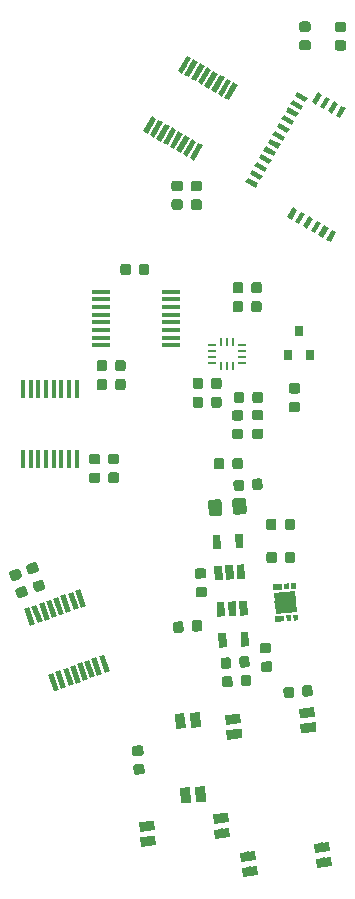
<source format=gbp>
G04 #@! TF.GenerationSoftware,KiCad,Pcbnew,(5.0.0)*
G04 #@! TF.CreationDate,2019-11-18T10:43:10+01:00*
G04 #@! TF.ProjectId,Insole_PCB,496E736F6C655F5043422E6B69636164,rev?*
G04 #@! TF.SameCoordinates,Original*
G04 #@! TF.FileFunction,Paste,Bot*
G04 #@! TF.FilePolarity,Positive*
%FSLAX46Y46*%
G04 Gerber Fmt 4.6, Leading zero omitted, Abs format (unit mm)*
G04 Created by KiCad (PCBNEW (5.0.0)) date 11/18/19 10:43:10*
%MOMM*%
%LPD*%
G01*
G04 APERTURE LIST*
%ADD10R,0.675000X0.250000*%
%ADD11R,0.250000X0.675000*%
%ADD12C,0.100000*%
%ADD13C,0.875000*%
%ADD14C,1.150000*%
%ADD15C,0.450000*%
%ADD16R,1.500000X0.450000*%
%ADD17R,0.450000X1.500000*%
%ADD18R,0.800000X0.900000*%
%ADD19C,0.650000*%
%ADD20C,0.410000*%
%ADD21C,1.800000*%
%ADD22C,0.500000*%
%ADD23C,0.400000*%
%ADD24C,0.800000*%
G04 APERTURE END LIST*
D10*
G04 #@! TO.C,U2*
X189291953Y-166200707D03*
X189291953Y-166700707D03*
X189291953Y-167200707D03*
X189291953Y-167700707D03*
X186766953Y-167700707D03*
X186766953Y-167200707D03*
X186766953Y-166700707D03*
X186766953Y-166200707D03*
D11*
X188529453Y-167963207D03*
X188029453Y-167963207D03*
X187529453Y-167963207D03*
X188529453Y-165938207D03*
X187529453Y-165938207D03*
X188029453Y-165938207D03*
G04 #@! TD*
D12*
G04 #@! TO.C,C1*
G36*
X191652359Y-192983196D02*
X191673496Y-192986947D01*
X191694163Y-192992751D01*
X191714162Y-193000554D01*
X191733300Y-193010279D01*
X191751393Y-193021833D01*
X191768266Y-193035104D01*
X191783757Y-193049966D01*
X191797716Y-193066275D01*
X191810010Y-193083873D01*
X191820520Y-193102591D01*
X191829144Y-193122250D01*
X191835800Y-193142659D01*
X191840424Y-193163622D01*
X191842970Y-193184938D01*
X191873488Y-193621372D01*
X191873933Y-193642834D01*
X191872272Y-193664237D01*
X191868521Y-193685374D01*
X191862717Y-193706042D01*
X191854914Y-193726041D01*
X191845189Y-193745179D01*
X191833635Y-193763271D01*
X191820364Y-193780144D01*
X191805502Y-193795635D01*
X191789193Y-193809594D01*
X191771595Y-193821888D01*
X191752877Y-193832398D01*
X191733218Y-193841022D01*
X191712809Y-193847678D01*
X191691846Y-193852302D01*
X191670530Y-193854848D01*
X191159278Y-193890598D01*
X191137816Y-193891043D01*
X191116413Y-193889382D01*
X191095276Y-193885631D01*
X191074609Y-193879827D01*
X191054610Y-193872024D01*
X191035472Y-193862299D01*
X191017379Y-193850745D01*
X191000506Y-193837474D01*
X190985015Y-193822612D01*
X190971056Y-193806303D01*
X190958762Y-193788705D01*
X190948252Y-193769987D01*
X190939628Y-193750328D01*
X190932972Y-193729919D01*
X190928348Y-193708956D01*
X190925802Y-193687640D01*
X190895284Y-193251206D01*
X190894839Y-193229744D01*
X190896500Y-193208341D01*
X190900251Y-193187204D01*
X190906055Y-193166536D01*
X190913858Y-193146537D01*
X190923583Y-193127399D01*
X190935137Y-193109307D01*
X190948408Y-193092434D01*
X190963270Y-193076943D01*
X190979579Y-193062984D01*
X190997177Y-193050690D01*
X191015895Y-193040180D01*
X191035554Y-193031556D01*
X191055963Y-193024900D01*
X191076926Y-193020276D01*
X191098242Y-193017730D01*
X191609494Y-192981980D01*
X191630956Y-192981535D01*
X191652359Y-192983196D01*
X191652359Y-192983196D01*
G37*
D13*
X191384386Y-193436289D03*
D12*
G36*
X191542493Y-191412032D02*
X191563630Y-191415783D01*
X191584297Y-191421587D01*
X191604296Y-191429390D01*
X191623434Y-191439115D01*
X191641527Y-191450669D01*
X191658400Y-191463940D01*
X191673891Y-191478802D01*
X191687850Y-191495111D01*
X191700144Y-191512709D01*
X191710654Y-191531427D01*
X191719278Y-191551086D01*
X191725934Y-191571495D01*
X191730558Y-191592458D01*
X191733104Y-191613774D01*
X191763622Y-192050208D01*
X191764067Y-192071670D01*
X191762406Y-192093073D01*
X191758655Y-192114210D01*
X191752851Y-192134878D01*
X191745048Y-192154877D01*
X191735323Y-192174015D01*
X191723769Y-192192107D01*
X191710498Y-192208980D01*
X191695636Y-192224471D01*
X191679327Y-192238430D01*
X191661729Y-192250724D01*
X191643011Y-192261234D01*
X191623352Y-192269858D01*
X191602943Y-192276514D01*
X191581980Y-192281138D01*
X191560664Y-192283684D01*
X191049412Y-192319434D01*
X191027950Y-192319879D01*
X191006547Y-192318218D01*
X190985410Y-192314467D01*
X190964743Y-192308663D01*
X190944744Y-192300860D01*
X190925606Y-192291135D01*
X190907513Y-192279581D01*
X190890640Y-192266310D01*
X190875149Y-192251448D01*
X190861190Y-192235139D01*
X190848896Y-192217541D01*
X190838386Y-192198823D01*
X190829762Y-192179164D01*
X190823106Y-192158755D01*
X190818482Y-192137792D01*
X190815936Y-192116476D01*
X190785418Y-191680042D01*
X190784973Y-191658580D01*
X190786634Y-191637177D01*
X190790385Y-191616040D01*
X190796189Y-191595372D01*
X190803992Y-191575373D01*
X190813717Y-191556235D01*
X190825271Y-191538143D01*
X190838542Y-191521270D01*
X190853404Y-191505779D01*
X190869713Y-191491820D01*
X190887311Y-191479526D01*
X190906029Y-191469016D01*
X190925688Y-191460392D01*
X190946097Y-191453736D01*
X190967060Y-191449112D01*
X190988376Y-191446566D01*
X191499628Y-191410816D01*
X191521090Y-191410371D01*
X191542493Y-191412032D01*
X191542493Y-191412032D01*
G37*
D13*
X191274520Y-191865125D03*
G04 #@! TD*
D12*
G04 #@! TO.C,C2*
G36*
X170845690Y-186630961D02*
X170866767Y-186635034D01*
X170887343Y-186641153D01*
X170907221Y-186649260D01*
X170926208Y-186659276D01*
X170944122Y-186671105D01*
X170960790Y-186684633D01*
X170976052Y-186699730D01*
X170989761Y-186716249D01*
X171001785Y-186734033D01*
X171012008Y-186752910D01*
X171020331Y-186772698D01*
X171169965Y-187183813D01*
X171176308Y-187204321D01*
X171180611Y-187225353D01*
X171182832Y-187246705D01*
X171182949Y-187268172D01*
X171180961Y-187289546D01*
X171176888Y-187310624D01*
X171170769Y-187331200D01*
X171162662Y-187351078D01*
X171152646Y-187370065D01*
X171140817Y-187387979D01*
X171127289Y-187404647D01*
X171112192Y-187419909D01*
X171095673Y-187433618D01*
X171077889Y-187445642D01*
X171059012Y-187455865D01*
X171039224Y-187464188D01*
X170557632Y-187639473D01*
X170537123Y-187645816D01*
X170516092Y-187650119D01*
X170494740Y-187652340D01*
X170473273Y-187652457D01*
X170451898Y-187650469D01*
X170430821Y-187646396D01*
X170410245Y-187640277D01*
X170390367Y-187632170D01*
X170371380Y-187622154D01*
X170353466Y-187610325D01*
X170336798Y-187596797D01*
X170321536Y-187581700D01*
X170307827Y-187565181D01*
X170295803Y-187547397D01*
X170285580Y-187528520D01*
X170277257Y-187508732D01*
X170127623Y-187097617D01*
X170121280Y-187077109D01*
X170116977Y-187056077D01*
X170114756Y-187034725D01*
X170114639Y-187013258D01*
X170116627Y-186991884D01*
X170120700Y-186970806D01*
X170126819Y-186950230D01*
X170134926Y-186930352D01*
X170144942Y-186911365D01*
X170156771Y-186893451D01*
X170170299Y-186876783D01*
X170185396Y-186861521D01*
X170201915Y-186847812D01*
X170219699Y-186835788D01*
X170238576Y-186825565D01*
X170258364Y-186817242D01*
X170739956Y-186641957D01*
X170760465Y-186635614D01*
X170781496Y-186631311D01*
X170802848Y-186629090D01*
X170824315Y-186628973D01*
X170845690Y-186630961D01*
X170845690Y-186630961D01*
G37*
D13*
X170648794Y-187140715D03*
D12*
G36*
X170307008Y-185150945D02*
X170328085Y-185155018D01*
X170348661Y-185161137D01*
X170368539Y-185169244D01*
X170387526Y-185179260D01*
X170405440Y-185191089D01*
X170422108Y-185204617D01*
X170437370Y-185219714D01*
X170451079Y-185236233D01*
X170463103Y-185254017D01*
X170473326Y-185272894D01*
X170481649Y-185292682D01*
X170631283Y-185703797D01*
X170637626Y-185724305D01*
X170641929Y-185745337D01*
X170644150Y-185766689D01*
X170644267Y-185788156D01*
X170642279Y-185809530D01*
X170638206Y-185830608D01*
X170632087Y-185851184D01*
X170623980Y-185871062D01*
X170613964Y-185890049D01*
X170602135Y-185907963D01*
X170588607Y-185924631D01*
X170573510Y-185939893D01*
X170556991Y-185953602D01*
X170539207Y-185965626D01*
X170520330Y-185975849D01*
X170500542Y-185984172D01*
X170018950Y-186159457D01*
X169998441Y-186165800D01*
X169977410Y-186170103D01*
X169956058Y-186172324D01*
X169934591Y-186172441D01*
X169913216Y-186170453D01*
X169892139Y-186166380D01*
X169871563Y-186160261D01*
X169851685Y-186152154D01*
X169832698Y-186142138D01*
X169814784Y-186130309D01*
X169798116Y-186116781D01*
X169782854Y-186101684D01*
X169769145Y-186085165D01*
X169757121Y-186067381D01*
X169746898Y-186048504D01*
X169738575Y-186028716D01*
X169588941Y-185617601D01*
X169582598Y-185597093D01*
X169578295Y-185576061D01*
X169576074Y-185554709D01*
X169575957Y-185533242D01*
X169577945Y-185511868D01*
X169582018Y-185490790D01*
X169588137Y-185470214D01*
X169596244Y-185450336D01*
X169606260Y-185431349D01*
X169618089Y-185413435D01*
X169631617Y-185396767D01*
X169646714Y-185381505D01*
X169663233Y-185367796D01*
X169681017Y-185355772D01*
X169699894Y-185345549D01*
X169719682Y-185337226D01*
X170201274Y-185161941D01*
X170221783Y-185155598D01*
X170242814Y-185151295D01*
X170264166Y-185149074D01*
X170285633Y-185148957D01*
X170307008Y-185150945D01*
X170307008Y-185150945D01*
G37*
D13*
X170110112Y-185660699D03*
G04 #@! TD*
D12*
G04 #@! TO.C,C3*
G36*
X186052862Y-185099518D02*
X186073930Y-185103637D01*
X186094493Y-185109801D01*
X186114353Y-185117951D01*
X186133318Y-185128009D01*
X186151207Y-185139877D01*
X186167845Y-185153441D01*
X186183074Y-185168571D01*
X186196747Y-185185121D01*
X186208732Y-185202931D01*
X186218914Y-185221830D01*
X186227194Y-185241636D01*
X186233492Y-185262158D01*
X186237749Y-185283199D01*
X186239923Y-185304555D01*
X186262820Y-185741455D01*
X186262890Y-185762922D01*
X186260856Y-185784293D01*
X186256737Y-185805361D01*
X186250573Y-185825924D01*
X186242423Y-185845784D01*
X186232365Y-185864749D01*
X186220497Y-185882638D01*
X186206933Y-185899276D01*
X186191803Y-185914505D01*
X186175254Y-185928178D01*
X186157443Y-185940163D01*
X186138544Y-185950345D01*
X186118738Y-185958624D01*
X186098216Y-185964923D01*
X186077175Y-185969180D01*
X186055818Y-185971354D01*
X185544021Y-185998176D01*
X185522554Y-185998246D01*
X185501184Y-185996212D01*
X185480116Y-185992093D01*
X185459553Y-185985929D01*
X185439693Y-185977779D01*
X185420728Y-185967721D01*
X185402839Y-185955853D01*
X185386201Y-185942289D01*
X185370972Y-185927159D01*
X185357299Y-185910609D01*
X185345314Y-185892799D01*
X185335132Y-185873900D01*
X185326852Y-185854094D01*
X185320554Y-185833572D01*
X185316297Y-185812531D01*
X185314123Y-185791175D01*
X185291226Y-185354275D01*
X185291156Y-185332808D01*
X185293190Y-185311437D01*
X185297309Y-185290369D01*
X185303473Y-185269806D01*
X185311623Y-185249946D01*
X185321681Y-185230981D01*
X185333549Y-185213092D01*
X185347113Y-185196454D01*
X185362243Y-185181225D01*
X185378792Y-185167552D01*
X185396603Y-185155567D01*
X185415502Y-185145385D01*
X185435308Y-185137106D01*
X185455830Y-185130807D01*
X185476871Y-185126550D01*
X185498228Y-185124376D01*
X186010025Y-185097554D01*
X186031492Y-185097484D01*
X186052862Y-185099518D01*
X186052862Y-185099518D01*
G37*
D13*
X185777023Y-185547865D03*
D12*
G36*
X186135292Y-186672360D02*
X186156360Y-186676479D01*
X186176923Y-186682643D01*
X186196783Y-186690793D01*
X186215748Y-186700851D01*
X186233637Y-186712719D01*
X186250275Y-186726283D01*
X186265504Y-186741413D01*
X186279177Y-186757963D01*
X186291162Y-186775773D01*
X186301344Y-186794672D01*
X186309624Y-186814478D01*
X186315922Y-186835000D01*
X186320179Y-186856041D01*
X186322353Y-186877397D01*
X186345250Y-187314297D01*
X186345320Y-187335764D01*
X186343286Y-187357135D01*
X186339167Y-187378203D01*
X186333003Y-187398766D01*
X186324853Y-187418626D01*
X186314795Y-187437591D01*
X186302927Y-187455480D01*
X186289363Y-187472118D01*
X186274233Y-187487347D01*
X186257684Y-187501020D01*
X186239873Y-187513005D01*
X186220974Y-187523187D01*
X186201168Y-187531466D01*
X186180646Y-187537765D01*
X186159605Y-187542022D01*
X186138248Y-187544196D01*
X185626451Y-187571018D01*
X185604984Y-187571088D01*
X185583614Y-187569054D01*
X185562546Y-187564935D01*
X185541983Y-187558771D01*
X185522123Y-187550621D01*
X185503158Y-187540563D01*
X185485269Y-187528695D01*
X185468631Y-187515131D01*
X185453402Y-187500001D01*
X185439729Y-187483451D01*
X185427744Y-187465641D01*
X185417562Y-187446742D01*
X185409282Y-187426936D01*
X185402984Y-187406414D01*
X185398727Y-187385373D01*
X185396553Y-187364017D01*
X185373656Y-186927117D01*
X185373586Y-186905650D01*
X185375620Y-186884279D01*
X185379739Y-186863211D01*
X185385903Y-186842648D01*
X185394053Y-186822788D01*
X185404111Y-186803823D01*
X185415979Y-186785934D01*
X185429543Y-186769296D01*
X185444673Y-186754067D01*
X185461222Y-186740394D01*
X185479033Y-186728409D01*
X185497932Y-186718227D01*
X185517738Y-186709948D01*
X185538260Y-186703649D01*
X185559301Y-186699392D01*
X185580658Y-186697218D01*
X186092455Y-186670396D01*
X186113922Y-186670326D01*
X186135292Y-186672360D01*
X186135292Y-186672360D01*
G37*
D13*
X185859453Y-187120707D03*
G04 #@! TD*
D12*
G04 #@! TO.C,C4*
G36*
X190828565Y-177502955D02*
X190849702Y-177506706D01*
X190870370Y-177512510D01*
X190890369Y-177520313D01*
X190909507Y-177530038D01*
X190927599Y-177541592D01*
X190944472Y-177554863D01*
X190959963Y-177569725D01*
X190973922Y-177586034D01*
X190986216Y-177603632D01*
X190996726Y-177622350D01*
X191005350Y-177642009D01*
X191012006Y-177662418D01*
X191016630Y-177683381D01*
X191019176Y-177704697D01*
X191054926Y-178215949D01*
X191055371Y-178237411D01*
X191053710Y-178258814D01*
X191049959Y-178279951D01*
X191044155Y-178300618D01*
X191036352Y-178320617D01*
X191026627Y-178339755D01*
X191015073Y-178357848D01*
X191001802Y-178374721D01*
X190986940Y-178390212D01*
X190970631Y-178404171D01*
X190953033Y-178416465D01*
X190934315Y-178426975D01*
X190914656Y-178435599D01*
X190894247Y-178442255D01*
X190873284Y-178446879D01*
X190851968Y-178449425D01*
X190415534Y-178479943D01*
X190394072Y-178480388D01*
X190372669Y-178478727D01*
X190351532Y-178474976D01*
X190330864Y-178469172D01*
X190310865Y-178461369D01*
X190291727Y-178451644D01*
X190273635Y-178440090D01*
X190256762Y-178426819D01*
X190241271Y-178411957D01*
X190227312Y-178395648D01*
X190215018Y-178378050D01*
X190204508Y-178359332D01*
X190195884Y-178339673D01*
X190189228Y-178319264D01*
X190184604Y-178298301D01*
X190182058Y-178276985D01*
X190146308Y-177765733D01*
X190145863Y-177744271D01*
X190147524Y-177722868D01*
X190151275Y-177701731D01*
X190157079Y-177681064D01*
X190164882Y-177661065D01*
X190174607Y-177641927D01*
X190186161Y-177623834D01*
X190199432Y-177606961D01*
X190214294Y-177591470D01*
X190230603Y-177577511D01*
X190248201Y-177565217D01*
X190266919Y-177554707D01*
X190286578Y-177546083D01*
X190306987Y-177539427D01*
X190327950Y-177534803D01*
X190349266Y-177532257D01*
X190785700Y-177501739D01*
X190807162Y-177501294D01*
X190828565Y-177502955D01*
X190828565Y-177502955D01*
G37*
D13*
X190600617Y-177990841D03*
D12*
G36*
X189257401Y-177612821D02*
X189278538Y-177616572D01*
X189299206Y-177622376D01*
X189319205Y-177630179D01*
X189338343Y-177639904D01*
X189356435Y-177651458D01*
X189373308Y-177664729D01*
X189388799Y-177679591D01*
X189402758Y-177695900D01*
X189415052Y-177713498D01*
X189425562Y-177732216D01*
X189434186Y-177751875D01*
X189440842Y-177772284D01*
X189445466Y-177793247D01*
X189448012Y-177814563D01*
X189483762Y-178325815D01*
X189484207Y-178347277D01*
X189482546Y-178368680D01*
X189478795Y-178389817D01*
X189472991Y-178410484D01*
X189465188Y-178430483D01*
X189455463Y-178449621D01*
X189443909Y-178467714D01*
X189430638Y-178484587D01*
X189415776Y-178500078D01*
X189399467Y-178514037D01*
X189381869Y-178526331D01*
X189363151Y-178536841D01*
X189343492Y-178545465D01*
X189323083Y-178552121D01*
X189302120Y-178556745D01*
X189280804Y-178559291D01*
X188844370Y-178589809D01*
X188822908Y-178590254D01*
X188801505Y-178588593D01*
X188780368Y-178584842D01*
X188759700Y-178579038D01*
X188739701Y-178571235D01*
X188720563Y-178561510D01*
X188702471Y-178549956D01*
X188685598Y-178536685D01*
X188670107Y-178521823D01*
X188656148Y-178505514D01*
X188643854Y-178487916D01*
X188633344Y-178469198D01*
X188624720Y-178449539D01*
X188618064Y-178429130D01*
X188613440Y-178408167D01*
X188610894Y-178386851D01*
X188575144Y-177875599D01*
X188574699Y-177854137D01*
X188576360Y-177832734D01*
X188580111Y-177811597D01*
X188585915Y-177790930D01*
X188593718Y-177770931D01*
X188603443Y-177751793D01*
X188614997Y-177733700D01*
X188628268Y-177716827D01*
X188643130Y-177701336D01*
X188659439Y-177687377D01*
X188677037Y-177675083D01*
X188695755Y-177664573D01*
X188715414Y-177655949D01*
X188735823Y-177649293D01*
X188756786Y-177644669D01*
X188778102Y-177642123D01*
X189214536Y-177611605D01*
X189235998Y-177611160D01*
X189257401Y-177612821D01*
X189257401Y-177612821D01*
G37*
D13*
X189029453Y-178100707D03*
G04 #@! TD*
D12*
G04 #@! TO.C,C5*
G36*
X172295690Y-186080961D02*
X172316767Y-186085034D01*
X172337343Y-186091153D01*
X172357221Y-186099260D01*
X172376208Y-186109276D01*
X172394122Y-186121105D01*
X172410790Y-186134633D01*
X172426052Y-186149730D01*
X172439761Y-186166249D01*
X172451785Y-186184033D01*
X172462008Y-186202910D01*
X172470331Y-186222698D01*
X172619965Y-186633813D01*
X172626308Y-186654321D01*
X172630611Y-186675353D01*
X172632832Y-186696705D01*
X172632949Y-186718172D01*
X172630961Y-186739546D01*
X172626888Y-186760624D01*
X172620769Y-186781200D01*
X172612662Y-186801078D01*
X172602646Y-186820065D01*
X172590817Y-186837979D01*
X172577289Y-186854647D01*
X172562192Y-186869909D01*
X172545673Y-186883618D01*
X172527889Y-186895642D01*
X172509012Y-186905865D01*
X172489224Y-186914188D01*
X172007632Y-187089473D01*
X171987123Y-187095816D01*
X171966092Y-187100119D01*
X171944740Y-187102340D01*
X171923273Y-187102457D01*
X171901898Y-187100469D01*
X171880821Y-187096396D01*
X171860245Y-187090277D01*
X171840367Y-187082170D01*
X171821380Y-187072154D01*
X171803466Y-187060325D01*
X171786798Y-187046797D01*
X171771536Y-187031700D01*
X171757827Y-187015181D01*
X171745803Y-186997397D01*
X171735580Y-186978520D01*
X171727257Y-186958732D01*
X171577623Y-186547617D01*
X171571280Y-186527109D01*
X171566977Y-186506077D01*
X171564756Y-186484725D01*
X171564639Y-186463258D01*
X171566627Y-186441884D01*
X171570700Y-186420806D01*
X171576819Y-186400230D01*
X171584926Y-186380352D01*
X171594942Y-186361365D01*
X171606771Y-186343451D01*
X171620299Y-186326783D01*
X171635396Y-186311521D01*
X171651915Y-186297812D01*
X171669699Y-186285788D01*
X171688576Y-186275565D01*
X171708364Y-186267242D01*
X172189956Y-186091957D01*
X172210465Y-186085614D01*
X172231496Y-186081311D01*
X172252848Y-186079090D01*
X172274315Y-186078973D01*
X172295690Y-186080961D01*
X172295690Y-186080961D01*
G37*
D13*
X172098794Y-186590715D03*
D12*
G36*
X171757008Y-184600945D02*
X171778085Y-184605018D01*
X171798661Y-184611137D01*
X171818539Y-184619244D01*
X171837526Y-184629260D01*
X171855440Y-184641089D01*
X171872108Y-184654617D01*
X171887370Y-184669714D01*
X171901079Y-184686233D01*
X171913103Y-184704017D01*
X171923326Y-184722894D01*
X171931649Y-184742682D01*
X172081283Y-185153797D01*
X172087626Y-185174305D01*
X172091929Y-185195337D01*
X172094150Y-185216689D01*
X172094267Y-185238156D01*
X172092279Y-185259530D01*
X172088206Y-185280608D01*
X172082087Y-185301184D01*
X172073980Y-185321062D01*
X172063964Y-185340049D01*
X172052135Y-185357963D01*
X172038607Y-185374631D01*
X172023510Y-185389893D01*
X172006991Y-185403602D01*
X171989207Y-185415626D01*
X171970330Y-185425849D01*
X171950542Y-185434172D01*
X171468950Y-185609457D01*
X171448441Y-185615800D01*
X171427410Y-185620103D01*
X171406058Y-185622324D01*
X171384591Y-185622441D01*
X171363216Y-185620453D01*
X171342139Y-185616380D01*
X171321563Y-185610261D01*
X171301685Y-185602154D01*
X171282698Y-185592138D01*
X171264784Y-185580309D01*
X171248116Y-185566781D01*
X171232854Y-185551684D01*
X171219145Y-185535165D01*
X171207121Y-185517381D01*
X171196898Y-185498504D01*
X171188575Y-185478716D01*
X171038941Y-185067601D01*
X171032598Y-185047093D01*
X171028295Y-185026061D01*
X171026074Y-185004709D01*
X171025957Y-184983242D01*
X171027945Y-184961868D01*
X171032018Y-184940790D01*
X171038137Y-184920214D01*
X171046244Y-184900336D01*
X171056260Y-184881349D01*
X171068089Y-184863435D01*
X171081617Y-184846767D01*
X171096714Y-184831505D01*
X171113233Y-184817796D01*
X171131017Y-184805772D01*
X171149894Y-184795549D01*
X171169682Y-184787226D01*
X171651274Y-184611941D01*
X171671783Y-184605598D01*
X171692814Y-184601295D01*
X171714166Y-184599074D01*
X171735633Y-184598957D01*
X171757008Y-184600945D01*
X171757008Y-184600945D01*
G37*
D13*
X171560112Y-185110699D03*
G04 #@! TD*
D12*
G04 #@! TO.C,C6*
G36*
X178707144Y-175414260D02*
X178728379Y-175417410D01*
X178749203Y-175422626D01*
X178769415Y-175429858D01*
X178788821Y-175439037D01*
X178807234Y-175450073D01*
X178824477Y-175462861D01*
X178840383Y-175477277D01*
X178854799Y-175493183D01*
X178867587Y-175510426D01*
X178878623Y-175528839D01*
X178887802Y-175548245D01*
X178895034Y-175568457D01*
X178900250Y-175589281D01*
X178903400Y-175610516D01*
X178904453Y-175631957D01*
X178904453Y-176069457D01*
X178903400Y-176090898D01*
X178900250Y-176112133D01*
X178895034Y-176132957D01*
X178887802Y-176153169D01*
X178878623Y-176172575D01*
X178867587Y-176190988D01*
X178854799Y-176208231D01*
X178840383Y-176224137D01*
X178824477Y-176238553D01*
X178807234Y-176251341D01*
X178788821Y-176262377D01*
X178769415Y-176271556D01*
X178749203Y-176278788D01*
X178728379Y-176284004D01*
X178707144Y-176287154D01*
X178685703Y-176288207D01*
X178173203Y-176288207D01*
X178151762Y-176287154D01*
X178130527Y-176284004D01*
X178109703Y-176278788D01*
X178089491Y-176271556D01*
X178070085Y-176262377D01*
X178051672Y-176251341D01*
X178034429Y-176238553D01*
X178018523Y-176224137D01*
X178004107Y-176208231D01*
X177991319Y-176190988D01*
X177980283Y-176172575D01*
X177971104Y-176153169D01*
X177963872Y-176132957D01*
X177958656Y-176112133D01*
X177955506Y-176090898D01*
X177954453Y-176069457D01*
X177954453Y-175631957D01*
X177955506Y-175610516D01*
X177958656Y-175589281D01*
X177963872Y-175568457D01*
X177971104Y-175548245D01*
X177980283Y-175528839D01*
X177991319Y-175510426D01*
X178004107Y-175493183D01*
X178018523Y-175477277D01*
X178034429Y-175462861D01*
X178051672Y-175450073D01*
X178070085Y-175439037D01*
X178089491Y-175429858D01*
X178109703Y-175422626D01*
X178130527Y-175417410D01*
X178151762Y-175414260D01*
X178173203Y-175413207D01*
X178685703Y-175413207D01*
X178707144Y-175414260D01*
X178707144Y-175414260D01*
G37*
D13*
X178429453Y-175850707D03*
D12*
G36*
X178707144Y-176989260D02*
X178728379Y-176992410D01*
X178749203Y-176997626D01*
X178769415Y-177004858D01*
X178788821Y-177014037D01*
X178807234Y-177025073D01*
X178824477Y-177037861D01*
X178840383Y-177052277D01*
X178854799Y-177068183D01*
X178867587Y-177085426D01*
X178878623Y-177103839D01*
X178887802Y-177123245D01*
X178895034Y-177143457D01*
X178900250Y-177164281D01*
X178903400Y-177185516D01*
X178904453Y-177206957D01*
X178904453Y-177644457D01*
X178903400Y-177665898D01*
X178900250Y-177687133D01*
X178895034Y-177707957D01*
X178887802Y-177728169D01*
X178878623Y-177747575D01*
X178867587Y-177765988D01*
X178854799Y-177783231D01*
X178840383Y-177799137D01*
X178824477Y-177813553D01*
X178807234Y-177826341D01*
X178788821Y-177837377D01*
X178769415Y-177846556D01*
X178749203Y-177853788D01*
X178728379Y-177859004D01*
X178707144Y-177862154D01*
X178685703Y-177863207D01*
X178173203Y-177863207D01*
X178151762Y-177862154D01*
X178130527Y-177859004D01*
X178109703Y-177853788D01*
X178089491Y-177846556D01*
X178070085Y-177837377D01*
X178051672Y-177826341D01*
X178034429Y-177813553D01*
X178018523Y-177799137D01*
X178004107Y-177783231D01*
X177991319Y-177765988D01*
X177980283Y-177747575D01*
X177971104Y-177728169D01*
X177963872Y-177707957D01*
X177958656Y-177687133D01*
X177955506Y-177665898D01*
X177954453Y-177644457D01*
X177954453Y-177206957D01*
X177955506Y-177185516D01*
X177958656Y-177164281D01*
X177963872Y-177143457D01*
X177971104Y-177123245D01*
X177980283Y-177103839D01*
X177991319Y-177085426D01*
X178004107Y-177068183D01*
X178018523Y-177052277D01*
X178034429Y-177037861D01*
X178051672Y-177025073D01*
X178070085Y-177014037D01*
X178089491Y-177004858D01*
X178109703Y-176997626D01*
X178130527Y-176992410D01*
X178151762Y-176989260D01*
X178173203Y-176988207D01*
X178685703Y-176988207D01*
X178707144Y-176989260D01*
X178707144Y-176989260D01*
G37*
D13*
X178429453Y-177425707D03*
G04 #@! TD*
D12*
G04 #@! TO.C,C7*
G36*
X177107144Y-175426760D02*
X177128379Y-175429910D01*
X177149203Y-175435126D01*
X177169415Y-175442358D01*
X177188821Y-175451537D01*
X177207234Y-175462573D01*
X177224477Y-175475361D01*
X177240383Y-175489777D01*
X177254799Y-175505683D01*
X177267587Y-175522926D01*
X177278623Y-175541339D01*
X177287802Y-175560745D01*
X177295034Y-175580957D01*
X177300250Y-175601781D01*
X177303400Y-175623016D01*
X177304453Y-175644457D01*
X177304453Y-176081957D01*
X177303400Y-176103398D01*
X177300250Y-176124633D01*
X177295034Y-176145457D01*
X177287802Y-176165669D01*
X177278623Y-176185075D01*
X177267587Y-176203488D01*
X177254799Y-176220731D01*
X177240383Y-176236637D01*
X177224477Y-176251053D01*
X177207234Y-176263841D01*
X177188821Y-176274877D01*
X177169415Y-176284056D01*
X177149203Y-176291288D01*
X177128379Y-176296504D01*
X177107144Y-176299654D01*
X177085703Y-176300707D01*
X176573203Y-176300707D01*
X176551762Y-176299654D01*
X176530527Y-176296504D01*
X176509703Y-176291288D01*
X176489491Y-176284056D01*
X176470085Y-176274877D01*
X176451672Y-176263841D01*
X176434429Y-176251053D01*
X176418523Y-176236637D01*
X176404107Y-176220731D01*
X176391319Y-176203488D01*
X176380283Y-176185075D01*
X176371104Y-176165669D01*
X176363872Y-176145457D01*
X176358656Y-176124633D01*
X176355506Y-176103398D01*
X176354453Y-176081957D01*
X176354453Y-175644457D01*
X176355506Y-175623016D01*
X176358656Y-175601781D01*
X176363872Y-175580957D01*
X176371104Y-175560745D01*
X176380283Y-175541339D01*
X176391319Y-175522926D01*
X176404107Y-175505683D01*
X176418523Y-175489777D01*
X176434429Y-175475361D01*
X176451672Y-175462573D01*
X176470085Y-175451537D01*
X176489491Y-175442358D01*
X176509703Y-175435126D01*
X176530527Y-175429910D01*
X176551762Y-175426760D01*
X176573203Y-175425707D01*
X177085703Y-175425707D01*
X177107144Y-175426760D01*
X177107144Y-175426760D01*
G37*
D13*
X176829453Y-175863207D03*
D12*
G36*
X177107144Y-177001760D02*
X177128379Y-177004910D01*
X177149203Y-177010126D01*
X177169415Y-177017358D01*
X177188821Y-177026537D01*
X177207234Y-177037573D01*
X177224477Y-177050361D01*
X177240383Y-177064777D01*
X177254799Y-177080683D01*
X177267587Y-177097926D01*
X177278623Y-177116339D01*
X177287802Y-177135745D01*
X177295034Y-177155957D01*
X177300250Y-177176781D01*
X177303400Y-177198016D01*
X177304453Y-177219457D01*
X177304453Y-177656957D01*
X177303400Y-177678398D01*
X177300250Y-177699633D01*
X177295034Y-177720457D01*
X177287802Y-177740669D01*
X177278623Y-177760075D01*
X177267587Y-177778488D01*
X177254799Y-177795731D01*
X177240383Y-177811637D01*
X177224477Y-177826053D01*
X177207234Y-177838841D01*
X177188821Y-177849877D01*
X177169415Y-177859056D01*
X177149203Y-177866288D01*
X177128379Y-177871504D01*
X177107144Y-177874654D01*
X177085703Y-177875707D01*
X176573203Y-177875707D01*
X176551762Y-177874654D01*
X176530527Y-177871504D01*
X176509703Y-177866288D01*
X176489491Y-177859056D01*
X176470085Y-177849877D01*
X176451672Y-177838841D01*
X176434429Y-177826053D01*
X176418523Y-177811637D01*
X176404107Y-177795731D01*
X176391319Y-177778488D01*
X176380283Y-177760075D01*
X176371104Y-177740669D01*
X176363872Y-177720457D01*
X176358656Y-177699633D01*
X176355506Y-177678398D01*
X176354453Y-177656957D01*
X176354453Y-177219457D01*
X176355506Y-177198016D01*
X176358656Y-177176781D01*
X176363872Y-177155957D01*
X176371104Y-177135745D01*
X176380283Y-177116339D01*
X176391319Y-177097926D01*
X176404107Y-177080683D01*
X176418523Y-177064777D01*
X176434429Y-177050361D01*
X176451672Y-177037573D01*
X176470085Y-177026537D01*
X176489491Y-177017358D01*
X176509703Y-177010126D01*
X176530527Y-177004910D01*
X176551762Y-177001760D01*
X176573203Y-177000707D01*
X177085703Y-177000707D01*
X177107144Y-177001760D01*
X177107144Y-177001760D01*
G37*
D13*
X176829453Y-177438207D03*
G04 #@! TD*
D12*
G04 #@! TO.C,C8*
G36*
X177669644Y-169076760D02*
X177690879Y-169079910D01*
X177711703Y-169085126D01*
X177731915Y-169092358D01*
X177751321Y-169101537D01*
X177769734Y-169112573D01*
X177786977Y-169125361D01*
X177802883Y-169139777D01*
X177817299Y-169155683D01*
X177830087Y-169172926D01*
X177841123Y-169191339D01*
X177850302Y-169210745D01*
X177857534Y-169230957D01*
X177862750Y-169251781D01*
X177865900Y-169273016D01*
X177866953Y-169294457D01*
X177866953Y-169806957D01*
X177865900Y-169828398D01*
X177862750Y-169849633D01*
X177857534Y-169870457D01*
X177850302Y-169890669D01*
X177841123Y-169910075D01*
X177830087Y-169928488D01*
X177817299Y-169945731D01*
X177802883Y-169961637D01*
X177786977Y-169976053D01*
X177769734Y-169988841D01*
X177751321Y-169999877D01*
X177731915Y-170009056D01*
X177711703Y-170016288D01*
X177690879Y-170021504D01*
X177669644Y-170024654D01*
X177648203Y-170025707D01*
X177210703Y-170025707D01*
X177189262Y-170024654D01*
X177168027Y-170021504D01*
X177147203Y-170016288D01*
X177126991Y-170009056D01*
X177107585Y-169999877D01*
X177089172Y-169988841D01*
X177071929Y-169976053D01*
X177056023Y-169961637D01*
X177041607Y-169945731D01*
X177028819Y-169928488D01*
X177017783Y-169910075D01*
X177008604Y-169890669D01*
X177001372Y-169870457D01*
X176996156Y-169849633D01*
X176993006Y-169828398D01*
X176991953Y-169806957D01*
X176991953Y-169294457D01*
X176993006Y-169273016D01*
X176996156Y-169251781D01*
X177001372Y-169230957D01*
X177008604Y-169210745D01*
X177017783Y-169191339D01*
X177028819Y-169172926D01*
X177041607Y-169155683D01*
X177056023Y-169139777D01*
X177071929Y-169125361D01*
X177089172Y-169112573D01*
X177107585Y-169101537D01*
X177126991Y-169092358D01*
X177147203Y-169085126D01*
X177168027Y-169079910D01*
X177189262Y-169076760D01*
X177210703Y-169075707D01*
X177648203Y-169075707D01*
X177669644Y-169076760D01*
X177669644Y-169076760D01*
G37*
D13*
X177429453Y-169550707D03*
D12*
G36*
X179244644Y-169076760D02*
X179265879Y-169079910D01*
X179286703Y-169085126D01*
X179306915Y-169092358D01*
X179326321Y-169101537D01*
X179344734Y-169112573D01*
X179361977Y-169125361D01*
X179377883Y-169139777D01*
X179392299Y-169155683D01*
X179405087Y-169172926D01*
X179416123Y-169191339D01*
X179425302Y-169210745D01*
X179432534Y-169230957D01*
X179437750Y-169251781D01*
X179440900Y-169273016D01*
X179441953Y-169294457D01*
X179441953Y-169806957D01*
X179440900Y-169828398D01*
X179437750Y-169849633D01*
X179432534Y-169870457D01*
X179425302Y-169890669D01*
X179416123Y-169910075D01*
X179405087Y-169928488D01*
X179392299Y-169945731D01*
X179377883Y-169961637D01*
X179361977Y-169976053D01*
X179344734Y-169988841D01*
X179326321Y-169999877D01*
X179306915Y-170009056D01*
X179286703Y-170016288D01*
X179265879Y-170021504D01*
X179244644Y-170024654D01*
X179223203Y-170025707D01*
X178785703Y-170025707D01*
X178764262Y-170024654D01*
X178743027Y-170021504D01*
X178722203Y-170016288D01*
X178701991Y-170009056D01*
X178682585Y-169999877D01*
X178664172Y-169988841D01*
X178646929Y-169976053D01*
X178631023Y-169961637D01*
X178616607Y-169945731D01*
X178603819Y-169928488D01*
X178592783Y-169910075D01*
X178583604Y-169890669D01*
X178576372Y-169870457D01*
X178571156Y-169849633D01*
X178568006Y-169828398D01*
X178566953Y-169806957D01*
X178566953Y-169294457D01*
X178568006Y-169273016D01*
X178571156Y-169251781D01*
X178576372Y-169230957D01*
X178583604Y-169210745D01*
X178592783Y-169191339D01*
X178603819Y-169172926D01*
X178616607Y-169155683D01*
X178631023Y-169139777D01*
X178646929Y-169125361D01*
X178664172Y-169112573D01*
X178682585Y-169101537D01*
X178701991Y-169092358D01*
X178722203Y-169085126D01*
X178743027Y-169079910D01*
X178764262Y-169076760D01*
X178785703Y-169075707D01*
X179223203Y-169075707D01*
X179244644Y-169076760D01*
X179244644Y-169076760D01*
G37*
D13*
X179004453Y-169550707D03*
G04 #@! TD*
D12*
G04 #@! TO.C,C9*
G36*
X177669644Y-167476760D02*
X177690879Y-167479910D01*
X177711703Y-167485126D01*
X177731915Y-167492358D01*
X177751321Y-167501537D01*
X177769734Y-167512573D01*
X177786977Y-167525361D01*
X177802883Y-167539777D01*
X177817299Y-167555683D01*
X177830087Y-167572926D01*
X177841123Y-167591339D01*
X177850302Y-167610745D01*
X177857534Y-167630957D01*
X177862750Y-167651781D01*
X177865900Y-167673016D01*
X177866953Y-167694457D01*
X177866953Y-168206957D01*
X177865900Y-168228398D01*
X177862750Y-168249633D01*
X177857534Y-168270457D01*
X177850302Y-168290669D01*
X177841123Y-168310075D01*
X177830087Y-168328488D01*
X177817299Y-168345731D01*
X177802883Y-168361637D01*
X177786977Y-168376053D01*
X177769734Y-168388841D01*
X177751321Y-168399877D01*
X177731915Y-168409056D01*
X177711703Y-168416288D01*
X177690879Y-168421504D01*
X177669644Y-168424654D01*
X177648203Y-168425707D01*
X177210703Y-168425707D01*
X177189262Y-168424654D01*
X177168027Y-168421504D01*
X177147203Y-168416288D01*
X177126991Y-168409056D01*
X177107585Y-168399877D01*
X177089172Y-168388841D01*
X177071929Y-168376053D01*
X177056023Y-168361637D01*
X177041607Y-168345731D01*
X177028819Y-168328488D01*
X177017783Y-168310075D01*
X177008604Y-168290669D01*
X177001372Y-168270457D01*
X176996156Y-168249633D01*
X176993006Y-168228398D01*
X176991953Y-168206957D01*
X176991953Y-167694457D01*
X176993006Y-167673016D01*
X176996156Y-167651781D01*
X177001372Y-167630957D01*
X177008604Y-167610745D01*
X177017783Y-167591339D01*
X177028819Y-167572926D01*
X177041607Y-167555683D01*
X177056023Y-167539777D01*
X177071929Y-167525361D01*
X177089172Y-167512573D01*
X177107585Y-167501537D01*
X177126991Y-167492358D01*
X177147203Y-167485126D01*
X177168027Y-167479910D01*
X177189262Y-167476760D01*
X177210703Y-167475707D01*
X177648203Y-167475707D01*
X177669644Y-167476760D01*
X177669644Y-167476760D01*
G37*
D13*
X177429453Y-167950707D03*
D12*
G36*
X179244644Y-167476760D02*
X179265879Y-167479910D01*
X179286703Y-167485126D01*
X179306915Y-167492358D01*
X179326321Y-167501537D01*
X179344734Y-167512573D01*
X179361977Y-167525361D01*
X179377883Y-167539777D01*
X179392299Y-167555683D01*
X179405087Y-167572926D01*
X179416123Y-167591339D01*
X179425302Y-167610745D01*
X179432534Y-167630957D01*
X179437750Y-167651781D01*
X179440900Y-167673016D01*
X179441953Y-167694457D01*
X179441953Y-168206957D01*
X179440900Y-168228398D01*
X179437750Y-168249633D01*
X179432534Y-168270457D01*
X179425302Y-168290669D01*
X179416123Y-168310075D01*
X179405087Y-168328488D01*
X179392299Y-168345731D01*
X179377883Y-168361637D01*
X179361977Y-168376053D01*
X179344734Y-168388841D01*
X179326321Y-168399877D01*
X179306915Y-168409056D01*
X179286703Y-168416288D01*
X179265879Y-168421504D01*
X179244644Y-168424654D01*
X179223203Y-168425707D01*
X178785703Y-168425707D01*
X178764262Y-168424654D01*
X178743027Y-168421504D01*
X178722203Y-168416288D01*
X178701991Y-168409056D01*
X178682585Y-168399877D01*
X178664172Y-168388841D01*
X178646929Y-168376053D01*
X178631023Y-168361637D01*
X178616607Y-168345731D01*
X178603819Y-168328488D01*
X178592783Y-168310075D01*
X178583604Y-168290669D01*
X178576372Y-168270457D01*
X178571156Y-168249633D01*
X178568006Y-168228398D01*
X178566953Y-168206957D01*
X178566953Y-167694457D01*
X178568006Y-167673016D01*
X178571156Y-167651781D01*
X178576372Y-167630957D01*
X178583604Y-167610745D01*
X178592783Y-167591339D01*
X178603819Y-167572926D01*
X178616607Y-167555683D01*
X178631023Y-167539777D01*
X178646929Y-167525361D01*
X178664172Y-167512573D01*
X178682585Y-167501537D01*
X178701991Y-167492358D01*
X178722203Y-167485126D01*
X178743027Y-167479910D01*
X178764262Y-167476760D01*
X178785703Y-167475707D01*
X179223203Y-167475707D01*
X179244644Y-167476760D01*
X179244644Y-167476760D01*
G37*
D13*
X179004453Y-167950707D03*
G04 #@! TD*
D12*
G04 #@! TO.C,C10*
G36*
X184082144Y-152289260D02*
X184103379Y-152292410D01*
X184124203Y-152297626D01*
X184144415Y-152304858D01*
X184163821Y-152314037D01*
X184182234Y-152325073D01*
X184199477Y-152337861D01*
X184215383Y-152352277D01*
X184229799Y-152368183D01*
X184242587Y-152385426D01*
X184253623Y-152403839D01*
X184262802Y-152423245D01*
X184270034Y-152443457D01*
X184275250Y-152464281D01*
X184278400Y-152485516D01*
X184279453Y-152506957D01*
X184279453Y-152944457D01*
X184278400Y-152965898D01*
X184275250Y-152987133D01*
X184270034Y-153007957D01*
X184262802Y-153028169D01*
X184253623Y-153047575D01*
X184242587Y-153065988D01*
X184229799Y-153083231D01*
X184215383Y-153099137D01*
X184199477Y-153113553D01*
X184182234Y-153126341D01*
X184163821Y-153137377D01*
X184144415Y-153146556D01*
X184124203Y-153153788D01*
X184103379Y-153159004D01*
X184082144Y-153162154D01*
X184060703Y-153163207D01*
X183548203Y-153163207D01*
X183526762Y-153162154D01*
X183505527Y-153159004D01*
X183484703Y-153153788D01*
X183464491Y-153146556D01*
X183445085Y-153137377D01*
X183426672Y-153126341D01*
X183409429Y-153113553D01*
X183393523Y-153099137D01*
X183379107Y-153083231D01*
X183366319Y-153065988D01*
X183355283Y-153047575D01*
X183346104Y-153028169D01*
X183338872Y-153007957D01*
X183333656Y-152987133D01*
X183330506Y-152965898D01*
X183329453Y-152944457D01*
X183329453Y-152506957D01*
X183330506Y-152485516D01*
X183333656Y-152464281D01*
X183338872Y-152443457D01*
X183346104Y-152423245D01*
X183355283Y-152403839D01*
X183366319Y-152385426D01*
X183379107Y-152368183D01*
X183393523Y-152352277D01*
X183409429Y-152337861D01*
X183426672Y-152325073D01*
X183445085Y-152314037D01*
X183464491Y-152304858D01*
X183484703Y-152297626D01*
X183505527Y-152292410D01*
X183526762Y-152289260D01*
X183548203Y-152288207D01*
X184060703Y-152288207D01*
X184082144Y-152289260D01*
X184082144Y-152289260D01*
G37*
D13*
X183804453Y-152725707D03*
D12*
G36*
X184082144Y-153864260D02*
X184103379Y-153867410D01*
X184124203Y-153872626D01*
X184144415Y-153879858D01*
X184163821Y-153889037D01*
X184182234Y-153900073D01*
X184199477Y-153912861D01*
X184215383Y-153927277D01*
X184229799Y-153943183D01*
X184242587Y-153960426D01*
X184253623Y-153978839D01*
X184262802Y-153998245D01*
X184270034Y-154018457D01*
X184275250Y-154039281D01*
X184278400Y-154060516D01*
X184279453Y-154081957D01*
X184279453Y-154519457D01*
X184278400Y-154540898D01*
X184275250Y-154562133D01*
X184270034Y-154582957D01*
X184262802Y-154603169D01*
X184253623Y-154622575D01*
X184242587Y-154640988D01*
X184229799Y-154658231D01*
X184215383Y-154674137D01*
X184199477Y-154688553D01*
X184182234Y-154701341D01*
X184163821Y-154712377D01*
X184144415Y-154721556D01*
X184124203Y-154728788D01*
X184103379Y-154734004D01*
X184082144Y-154737154D01*
X184060703Y-154738207D01*
X183548203Y-154738207D01*
X183526762Y-154737154D01*
X183505527Y-154734004D01*
X183484703Y-154728788D01*
X183464491Y-154721556D01*
X183445085Y-154712377D01*
X183426672Y-154701341D01*
X183409429Y-154688553D01*
X183393523Y-154674137D01*
X183379107Y-154658231D01*
X183366319Y-154640988D01*
X183355283Y-154622575D01*
X183346104Y-154603169D01*
X183338872Y-154582957D01*
X183333656Y-154562133D01*
X183330506Y-154540898D01*
X183329453Y-154519457D01*
X183329453Y-154081957D01*
X183330506Y-154060516D01*
X183333656Y-154039281D01*
X183338872Y-154018457D01*
X183346104Y-153998245D01*
X183355283Y-153978839D01*
X183366319Y-153960426D01*
X183379107Y-153943183D01*
X183393523Y-153927277D01*
X183409429Y-153912861D01*
X183426672Y-153900073D01*
X183445085Y-153889037D01*
X183464491Y-153879858D01*
X183484703Y-153872626D01*
X183505527Y-153867410D01*
X183526762Y-153864260D01*
X183548203Y-153863207D01*
X184060703Y-153863207D01*
X184082144Y-153864260D01*
X184082144Y-153864260D01*
G37*
D13*
X183804453Y-154300707D03*
G04 #@! TD*
D12*
G04 #@! TO.C,C11*
G36*
X185707144Y-152301760D02*
X185728379Y-152304910D01*
X185749203Y-152310126D01*
X185769415Y-152317358D01*
X185788821Y-152326537D01*
X185807234Y-152337573D01*
X185824477Y-152350361D01*
X185840383Y-152364777D01*
X185854799Y-152380683D01*
X185867587Y-152397926D01*
X185878623Y-152416339D01*
X185887802Y-152435745D01*
X185895034Y-152455957D01*
X185900250Y-152476781D01*
X185903400Y-152498016D01*
X185904453Y-152519457D01*
X185904453Y-152956957D01*
X185903400Y-152978398D01*
X185900250Y-152999633D01*
X185895034Y-153020457D01*
X185887802Y-153040669D01*
X185878623Y-153060075D01*
X185867587Y-153078488D01*
X185854799Y-153095731D01*
X185840383Y-153111637D01*
X185824477Y-153126053D01*
X185807234Y-153138841D01*
X185788821Y-153149877D01*
X185769415Y-153159056D01*
X185749203Y-153166288D01*
X185728379Y-153171504D01*
X185707144Y-153174654D01*
X185685703Y-153175707D01*
X185173203Y-153175707D01*
X185151762Y-153174654D01*
X185130527Y-153171504D01*
X185109703Y-153166288D01*
X185089491Y-153159056D01*
X185070085Y-153149877D01*
X185051672Y-153138841D01*
X185034429Y-153126053D01*
X185018523Y-153111637D01*
X185004107Y-153095731D01*
X184991319Y-153078488D01*
X184980283Y-153060075D01*
X184971104Y-153040669D01*
X184963872Y-153020457D01*
X184958656Y-152999633D01*
X184955506Y-152978398D01*
X184954453Y-152956957D01*
X184954453Y-152519457D01*
X184955506Y-152498016D01*
X184958656Y-152476781D01*
X184963872Y-152455957D01*
X184971104Y-152435745D01*
X184980283Y-152416339D01*
X184991319Y-152397926D01*
X185004107Y-152380683D01*
X185018523Y-152364777D01*
X185034429Y-152350361D01*
X185051672Y-152337573D01*
X185070085Y-152326537D01*
X185089491Y-152317358D01*
X185109703Y-152310126D01*
X185130527Y-152304910D01*
X185151762Y-152301760D01*
X185173203Y-152300707D01*
X185685703Y-152300707D01*
X185707144Y-152301760D01*
X185707144Y-152301760D01*
G37*
D13*
X185429453Y-152738207D03*
D12*
G36*
X185707144Y-153876760D02*
X185728379Y-153879910D01*
X185749203Y-153885126D01*
X185769415Y-153892358D01*
X185788821Y-153901537D01*
X185807234Y-153912573D01*
X185824477Y-153925361D01*
X185840383Y-153939777D01*
X185854799Y-153955683D01*
X185867587Y-153972926D01*
X185878623Y-153991339D01*
X185887802Y-154010745D01*
X185895034Y-154030957D01*
X185900250Y-154051781D01*
X185903400Y-154073016D01*
X185904453Y-154094457D01*
X185904453Y-154531957D01*
X185903400Y-154553398D01*
X185900250Y-154574633D01*
X185895034Y-154595457D01*
X185887802Y-154615669D01*
X185878623Y-154635075D01*
X185867587Y-154653488D01*
X185854799Y-154670731D01*
X185840383Y-154686637D01*
X185824477Y-154701053D01*
X185807234Y-154713841D01*
X185788821Y-154724877D01*
X185769415Y-154734056D01*
X185749203Y-154741288D01*
X185728379Y-154746504D01*
X185707144Y-154749654D01*
X185685703Y-154750707D01*
X185173203Y-154750707D01*
X185151762Y-154749654D01*
X185130527Y-154746504D01*
X185109703Y-154741288D01*
X185089491Y-154734056D01*
X185070085Y-154724877D01*
X185051672Y-154713841D01*
X185034429Y-154701053D01*
X185018523Y-154686637D01*
X185004107Y-154670731D01*
X184991319Y-154653488D01*
X184980283Y-154635075D01*
X184971104Y-154615669D01*
X184963872Y-154595457D01*
X184958656Y-154574633D01*
X184955506Y-154553398D01*
X184954453Y-154531957D01*
X184954453Y-154094457D01*
X184955506Y-154073016D01*
X184958656Y-154051781D01*
X184963872Y-154030957D01*
X184971104Y-154010745D01*
X184980283Y-153991339D01*
X184991319Y-153972926D01*
X185004107Y-153955683D01*
X185018523Y-153939777D01*
X185034429Y-153925361D01*
X185051672Y-153912573D01*
X185070085Y-153901537D01*
X185089491Y-153892358D01*
X185109703Y-153885126D01*
X185130527Y-153879910D01*
X185151762Y-153876760D01*
X185173203Y-153875707D01*
X185685703Y-153875707D01*
X185707144Y-153876760D01*
X185707144Y-153876760D01*
G37*
D13*
X185429453Y-154313207D03*
G04 #@! TD*
D12*
G04 #@! TO.C,C12*
G36*
X187369644Y-170576760D02*
X187390879Y-170579910D01*
X187411703Y-170585126D01*
X187431915Y-170592358D01*
X187451321Y-170601537D01*
X187469734Y-170612573D01*
X187486977Y-170625361D01*
X187502883Y-170639777D01*
X187517299Y-170655683D01*
X187530087Y-170672926D01*
X187541123Y-170691339D01*
X187550302Y-170710745D01*
X187557534Y-170730957D01*
X187562750Y-170751781D01*
X187565900Y-170773016D01*
X187566953Y-170794457D01*
X187566953Y-171306957D01*
X187565900Y-171328398D01*
X187562750Y-171349633D01*
X187557534Y-171370457D01*
X187550302Y-171390669D01*
X187541123Y-171410075D01*
X187530087Y-171428488D01*
X187517299Y-171445731D01*
X187502883Y-171461637D01*
X187486977Y-171476053D01*
X187469734Y-171488841D01*
X187451321Y-171499877D01*
X187431915Y-171509056D01*
X187411703Y-171516288D01*
X187390879Y-171521504D01*
X187369644Y-171524654D01*
X187348203Y-171525707D01*
X186910703Y-171525707D01*
X186889262Y-171524654D01*
X186868027Y-171521504D01*
X186847203Y-171516288D01*
X186826991Y-171509056D01*
X186807585Y-171499877D01*
X186789172Y-171488841D01*
X186771929Y-171476053D01*
X186756023Y-171461637D01*
X186741607Y-171445731D01*
X186728819Y-171428488D01*
X186717783Y-171410075D01*
X186708604Y-171390669D01*
X186701372Y-171370457D01*
X186696156Y-171349633D01*
X186693006Y-171328398D01*
X186691953Y-171306957D01*
X186691953Y-170794457D01*
X186693006Y-170773016D01*
X186696156Y-170751781D01*
X186701372Y-170730957D01*
X186708604Y-170710745D01*
X186717783Y-170691339D01*
X186728819Y-170672926D01*
X186741607Y-170655683D01*
X186756023Y-170639777D01*
X186771929Y-170625361D01*
X186789172Y-170612573D01*
X186807585Y-170601537D01*
X186826991Y-170592358D01*
X186847203Y-170585126D01*
X186868027Y-170579910D01*
X186889262Y-170576760D01*
X186910703Y-170575707D01*
X187348203Y-170575707D01*
X187369644Y-170576760D01*
X187369644Y-170576760D01*
G37*
D13*
X187129453Y-171050707D03*
D12*
G36*
X185794644Y-170576760D02*
X185815879Y-170579910D01*
X185836703Y-170585126D01*
X185856915Y-170592358D01*
X185876321Y-170601537D01*
X185894734Y-170612573D01*
X185911977Y-170625361D01*
X185927883Y-170639777D01*
X185942299Y-170655683D01*
X185955087Y-170672926D01*
X185966123Y-170691339D01*
X185975302Y-170710745D01*
X185982534Y-170730957D01*
X185987750Y-170751781D01*
X185990900Y-170773016D01*
X185991953Y-170794457D01*
X185991953Y-171306957D01*
X185990900Y-171328398D01*
X185987750Y-171349633D01*
X185982534Y-171370457D01*
X185975302Y-171390669D01*
X185966123Y-171410075D01*
X185955087Y-171428488D01*
X185942299Y-171445731D01*
X185927883Y-171461637D01*
X185911977Y-171476053D01*
X185894734Y-171488841D01*
X185876321Y-171499877D01*
X185856915Y-171509056D01*
X185836703Y-171516288D01*
X185815879Y-171521504D01*
X185794644Y-171524654D01*
X185773203Y-171525707D01*
X185335703Y-171525707D01*
X185314262Y-171524654D01*
X185293027Y-171521504D01*
X185272203Y-171516288D01*
X185251991Y-171509056D01*
X185232585Y-171499877D01*
X185214172Y-171488841D01*
X185196929Y-171476053D01*
X185181023Y-171461637D01*
X185166607Y-171445731D01*
X185153819Y-171428488D01*
X185142783Y-171410075D01*
X185133604Y-171390669D01*
X185126372Y-171370457D01*
X185121156Y-171349633D01*
X185118006Y-171328398D01*
X185116953Y-171306957D01*
X185116953Y-170794457D01*
X185118006Y-170773016D01*
X185121156Y-170751781D01*
X185126372Y-170730957D01*
X185133604Y-170710745D01*
X185142783Y-170691339D01*
X185153819Y-170672926D01*
X185166607Y-170655683D01*
X185181023Y-170639777D01*
X185196929Y-170625361D01*
X185214172Y-170612573D01*
X185232585Y-170601537D01*
X185251991Y-170592358D01*
X185272203Y-170585126D01*
X185293027Y-170579910D01*
X185314262Y-170576760D01*
X185335703Y-170575707D01*
X185773203Y-170575707D01*
X185794644Y-170576760D01*
X185794644Y-170576760D01*
G37*
D13*
X185554453Y-171050707D03*
G04 #@! TD*
D12*
G04 #@! TO.C,C13*
G36*
X187369644Y-168976760D02*
X187390879Y-168979910D01*
X187411703Y-168985126D01*
X187431915Y-168992358D01*
X187451321Y-169001537D01*
X187469734Y-169012573D01*
X187486977Y-169025361D01*
X187502883Y-169039777D01*
X187517299Y-169055683D01*
X187530087Y-169072926D01*
X187541123Y-169091339D01*
X187550302Y-169110745D01*
X187557534Y-169130957D01*
X187562750Y-169151781D01*
X187565900Y-169173016D01*
X187566953Y-169194457D01*
X187566953Y-169706957D01*
X187565900Y-169728398D01*
X187562750Y-169749633D01*
X187557534Y-169770457D01*
X187550302Y-169790669D01*
X187541123Y-169810075D01*
X187530087Y-169828488D01*
X187517299Y-169845731D01*
X187502883Y-169861637D01*
X187486977Y-169876053D01*
X187469734Y-169888841D01*
X187451321Y-169899877D01*
X187431915Y-169909056D01*
X187411703Y-169916288D01*
X187390879Y-169921504D01*
X187369644Y-169924654D01*
X187348203Y-169925707D01*
X186910703Y-169925707D01*
X186889262Y-169924654D01*
X186868027Y-169921504D01*
X186847203Y-169916288D01*
X186826991Y-169909056D01*
X186807585Y-169899877D01*
X186789172Y-169888841D01*
X186771929Y-169876053D01*
X186756023Y-169861637D01*
X186741607Y-169845731D01*
X186728819Y-169828488D01*
X186717783Y-169810075D01*
X186708604Y-169790669D01*
X186701372Y-169770457D01*
X186696156Y-169749633D01*
X186693006Y-169728398D01*
X186691953Y-169706957D01*
X186691953Y-169194457D01*
X186693006Y-169173016D01*
X186696156Y-169151781D01*
X186701372Y-169130957D01*
X186708604Y-169110745D01*
X186717783Y-169091339D01*
X186728819Y-169072926D01*
X186741607Y-169055683D01*
X186756023Y-169039777D01*
X186771929Y-169025361D01*
X186789172Y-169012573D01*
X186807585Y-169001537D01*
X186826991Y-168992358D01*
X186847203Y-168985126D01*
X186868027Y-168979910D01*
X186889262Y-168976760D01*
X186910703Y-168975707D01*
X187348203Y-168975707D01*
X187369644Y-168976760D01*
X187369644Y-168976760D01*
G37*
D13*
X187129453Y-169450707D03*
D12*
G36*
X185794644Y-168976760D02*
X185815879Y-168979910D01*
X185836703Y-168985126D01*
X185856915Y-168992358D01*
X185876321Y-169001537D01*
X185894734Y-169012573D01*
X185911977Y-169025361D01*
X185927883Y-169039777D01*
X185942299Y-169055683D01*
X185955087Y-169072926D01*
X185966123Y-169091339D01*
X185975302Y-169110745D01*
X185982534Y-169130957D01*
X185987750Y-169151781D01*
X185990900Y-169173016D01*
X185991953Y-169194457D01*
X185991953Y-169706957D01*
X185990900Y-169728398D01*
X185987750Y-169749633D01*
X185982534Y-169770457D01*
X185975302Y-169790669D01*
X185966123Y-169810075D01*
X185955087Y-169828488D01*
X185942299Y-169845731D01*
X185927883Y-169861637D01*
X185911977Y-169876053D01*
X185894734Y-169888841D01*
X185876321Y-169899877D01*
X185856915Y-169909056D01*
X185836703Y-169916288D01*
X185815879Y-169921504D01*
X185794644Y-169924654D01*
X185773203Y-169925707D01*
X185335703Y-169925707D01*
X185314262Y-169924654D01*
X185293027Y-169921504D01*
X185272203Y-169916288D01*
X185251991Y-169909056D01*
X185232585Y-169899877D01*
X185214172Y-169888841D01*
X185196929Y-169876053D01*
X185181023Y-169861637D01*
X185166607Y-169845731D01*
X185153819Y-169828488D01*
X185142783Y-169810075D01*
X185133604Y-169790669D01*
X185126372Y-169770457D01*
X185121156Y-169749633D01*
X185118006Y-169728398D01*
X185116953Y-169706957D01*
X185116953Y-169194457D01*
X185118006Y-169173016D01*
X185121156Y-169151781D01*
X185126372Y-169130957D01*
X185133604Y-169110745D01*
X185142783Y-169091339D01*
X185153819Y-169072926D01*
X185166607Y-169055683D01*
X185181023Y-169039777D01*
X185196929Y-169025361D01*
X185214172Y-169012573D01*
X185232585Y-169001537D01*
X185251991Y-168992358D01*
X185272203Y-168985126D01*
X185293027Y-168979910D01*
X185314262Y-168976760D01*
X185335703Y-168975707D01*
X185773203Y-168975707D01*
X185794644Y-168976760D01*
X185794644Y-168976760D01*
G37*
D13*
X185554453Y-169450707D03*
G04 #@! TD*
D12*
G04 #@! TO.C,C14*
G36*
X189282144Y-170176760D02*
X189303379Y-170179910D01*
X189324203Y-170185126D01*
X189344415Y-170192358D01*
X189363821Y-170201537D01*
X189382234Y-170212573D01*
X189399477Y-170225361D01*
X189415383Y-170239777D01*
X189429799Y-170255683D01*
X189442587Y-170272926D01*
X189453623Y-170291339D01*
X189462802Y-170310745D01*
X189470034Y-170330957D01*
X189475250Y-170351781D01*
X189478400Y-170373016D01*
X189479453Y-170394457D01*
X189479453Y-170906957D01*
X189478400Y-170928398D01*
X189475250Y-170949633D01*
X189470034Y-170970457D01*
X189462802Y-170990669D01*
X189453623Y-171010075D01*
X189442587Y-171028488D01*
X189429799Y-171045731D01*
X189415383Y-171061637D01*
X189399477Y-171076053D01*
X189382234Y-171088841D01*
X189363821Y-171099877D01*
X189344415Y-171109056D01*
X189324203Y-171116288D01*
X189303379Y-171121504D01*
X189282144Y-171124654D01*
X189260703Y-171125707D01*
X188823203Y-171125707D01*
X188801762Y-171124654D01*
X188780527Y-171121504D01*
X188759703Y-171116288D01*
X188739491Y-171109056D01*
X188720085Y-171099877D01*
X188701672Y-171088841D01*
X188684429Y-171076053D01*
X188668523Y-171061637D01*
X188654107Y-171045731D01*
X188641319Y-171028488D01*
X188630283Y-171010075D01*
X188621104Y-170990669D01*
X188613872Y-170970457D01*
X188608656Y-170949633D01*
X188605506Y-170928398D01*
X188604453Y-170906957D01*
X188604453Y-170394457D01*
X188605506Y-170373016D01*
X188608656Y-170351781D01*
X188613872Y-170330957D01*
X188621104Y-170310745D01*
X188630283Y-170291339D01*
X188641319Y-170272926D01*
X188654107Y-170255683D01*
X188668523Y-170239777D01*
X188684429Y-170225361D01*
X188701672Y-170212573D01*
X188720085Y-170201537D01*
X188739491Y-170192358D01*
X188759703Y-170185126D01*
X188780527Y-170179910D01*
X188801762Y-170176760D01*
X188823203Y-170175707D01*
X189260703Y-170175707D01*
X189282144Y-170176760D01*
X189282144Y-170176760D01*
G37*
D13*
X189041953Y-170650707D03*
D12*
G36*
X190857144Y-170176760D02*
X190878379Y-170179910D01*
X190899203Y-170185126D01*
X190919415Y-170192358D01*
X190938821Y-170201537D01*
X190957234Y-170212573D01*
X190974477Y-170225361D01*
X190990383Y-170239777D01*
X191004799Y-170255683D01*
X191017587Y-170272926D01*
X191028623Y-170291339D01*
X191037802Y-170310745D01*
X191045034Y-170330957D01*
X191050250Y-170351781D01*
X191053400Y-170373016D01*
X191054453Y-170394457D01*
X191054453Y-170906957D01*
X191053400Y-170928398D01*
X191050250Y-170949633D01*
X191045034Y-170970457D01*
X191037802Y-170990669D01*
X191028623Y-171010075D01*
X191017587Y-171028488D01*
X191004799Y-171045731D01*
X190990383Y-171061637D01*
X190974477Y-171076053D01*
X190957234Y-171088841D01*
X190938821Y-171099877D01*
X190919415Y-171109056D01*
X190899203Y-171116288D01*
X190878379Y-171121504D01*
X190857144Y-171124654D01*
X190835703Y-171125707D01*
X190398203Y-171125707D01*
X190376762Y-171124654D01*
X190355527Y-171121504D01*
X190334703Y-171116288D01*
X190314491Y-171109056D01*
X190295085Y-171099877D01*
X190276672Y-171088841D01*
X190259429Y-171076053D01*
X190243523Y-171061637D01*
X190229107Y-171045731D01*
X190216319Y-171028488D01*
X190205283Y-171010075D01*
X190196104Y-170990669D01*
X190188872Y-170970457D01*
X190183656Y-170949633D01*
X190180506Y-170928398D01*
X190179453Y-170906957D01*
X190179453Y-170394457D01*
X190180506Y-170373016D01*
X190183656Y-170351781D01*
X190188872Y-170330957D01*
X190196104Y-170310745D01*
X190205283Y-170291339D01*
X190216319Y-170272926D01*
X190229107Y-170255683D01*
X190243523Y-170239777D01*
X190259429Y-170225361D01*
X190276672Y-170212573D01*
X190295085Y-170201537D01*
X190314491Y-170192358D01*
X190334703Y-170185126D01*
X190355527Y-170179910D01*
X190376762Y-170176760D01*
X190398203Y-170175707D01*
X190835703Y-170175707D01*
X190857144Y-170176760D01*
X190857144Y-170176760D01*
G37*
D13*
X190616953Y-170650707D03*
G04 #@! TD*
D12*
G04 #@! TO.C,L3*
G36*
X189403822Y-179131131D02*
X189427978Y-179135417D01*
X189451598Y-179142051D01*
X189474454Y-179150968D01*
X189496326Y-179162082D01*
X189517003Y-179175287D01*
X189536286Y-179190454D01*
X189553990Y-179207439D01*
X189569944Y-179226077D01*
X189583994Y-179246189D01*
X189596005Y-179267582D01*
X189605861Y-179290049D01*
X189613468Y-179313373D01*
X189618752Y-179337331D01*
X189621662Y-179361692D01*
X189684443Y-180259502D01*
X189684951Y-180284030D01*
X189683053Y-180308491D01*
X189678767Y-180332647D01*
X189672133Y-180356267D01*
X189663216Y-180379123D01*
X189652102Y-180400995D01*
X189638897Y-180421672D01*
X189623730Y-180440955D01*
X189606745Y-180458659D01*
X189588107Y-180474613D01*
X189567995Y-180488663D01*
X189546602Y-180500674D01*
X189524135Y-180510530D01*
X189500811Y-180518137D01*
X189476853Y-180523421D01*
X189452492Y-180526331D01*
X188804073Y-180571673D01*
X188779545Y-180572181D01*
X188755084Y-180570283D01*
X188730928Y-180565997D01*
X188707308Y-180559363D01*
X188684452Y-180550446D01*
X188662580Y-180539332D01*
X188641903Y-180526127D01*
X188622620Y-180510960D01*
X188604916Y-180493975D01*
X188588962Y-180475337D01*
X188574912Y-180455225D01*
X188562901Y-180433832D01*
X188553045Y-180411365D01*
X188545438Y-180388041D01*
X188540154Y-180364083D01*
X188537244Y-180339722D01*
X188474463Y-179441912D01*
X188473955Y-179417384D01*
X188475853Y-179392923D01*
X188480139Y-179368767D01*
X188486773Y-179345147D01*
X188495690Y-179322291D01*
X188506804Y-179300419D01*
X188520009Y-179279742D01*
X188535176Y-179260459D01*
X188552161Y-179242755D01*
X188570799Y-179226801D01*
X188590911Y-179212751D01*
X188612304Y-179200740D01*
X188634771Y-179190884D01*
X188658095Y-179183277D01*
X188682053Y-179177993D01*
X188706414Y-179175083D01*
X189354833Y-179129741D01*
X189379361Y-179129233D01*
X189403822Y-179131131D01*
X189403822Y-179131131D01*
G37*
D14*
X189079453Y-179850707D03*
D12*
G36*
X187358816Y-179274131D02*
X187382972Y-179278417D01*
X187406592Y-179285051D01*
X187429448Y-179293968D01*
X187451320Y-179305082D01*
X187471997Y-179318287D01*
X187491280Y-179333454D01*
X187508984Y-179350439D01*
X187524938Y-179369077D01*
X187538988Y-179389189D01*
X187550999Y-179410582D01*
X187560855Y-179433049D01*
X187568462Y-179456373D01*
X187573746Y-179480331D01*
X187576656Y-179504692D01*
X187639437Y-180402502D01*
X187639945Y-180427030D01*
X187638047Y-180451491D01*
X187633761Y-180475647D01*
X187627127Y-180499267D01*
X187618210Y-180522123D01*
X187607096Y-180543995D01*
X187593891Y-180564672D01*
X187578724Y-180583955D01*
X187561739Y-180601659D01*
X187543101Y-180617613D01*
X187522989Y-180631663D01*
X187501596Y-180643674D01*
X187479129Y-180653530D01*
X187455805Y-180661137D01*
X187431847Y-180666421D01*
X187407486Y-180669331D01*
X186759067Y-180714673D01*
X186734539Y-180715181D01*
X186710078Y-180713283D01*
X186685922Y-180708997D01*
X186662302Y-180702363D01*
X186639446Y-180693446D01*
X186617574Y-180682332D01*
X186596897Y-180669127D01*
X186577614Y-180653960D01*
X186559910Y-180636975D01*
X186543956Y-180618337D01*
X186529906Y-180598225D01*
X186517895Y-180576832D01*
X186508039Y-180554365D01*
X186500432Y-180531041D01*
X186495148Y-180507083D01*
X186492238Y-180482722D01*
X186429457Y-179584912D01*
X186428949Y-179560384D01*
X186430847Y-179535923D01*
X186435133Y-179511767D01*
X186441767Y-179488147D01*
X186450684Y-179465291D01*
X186461798Y-179443419D01*
X186475003Y-179422742D01*
X186490170Y-179403459D01*
X186507155Y-179385755D01*
X186525793Y-179369801D01*
X186545905Y-179355751D01*
X186567298Y-179343740D01*
X186589765Y-179333884D01*
X186613089Y-179326277D01*
X186637047Y-179320993D01*
X186661408Y-179318083D01*
X187309827Y-179272741D01*
X187334355Y-179272233D01*
X187358816Y-179274131D01*
X187358816Y-179274131D01*
G37*
D14*
X187034447Y-179993707D03*
G04 #@! TD*
D15*
G04 #@! TO.C,MUX1*
X185424661Y-149842982D03*
D12*
G36*
X185604805Y-149080963D02*
X185994517Y-149305963D01*
X185244517Y-150605001D01*
X184854805Y-150380001D01*
X185604805Y-149080963D01*
X185604805Y-149080963D01*
G37*
D15*
X184861744Y-149517982D03*
D12*
G36*
X185041888Y-148755963D02*
X185431600Y-148980963D01*
X184681600Y-150280001D01*
X184291888Y-150055001D01*
X185041888Y-148755963D01*
X185041888Y-148755963D01*
G37*
D15*
X184298828Y-149192982D03*
D12*
G36*
X184478972Y-148430963D02*
X184868684Y-148655963D01*
X184118684Y-149955001D01*
X183728972Y-149730001D01*
X184478972Y-148430963D01*
X184478972Y-148430963D01*
G37*
D15*
X183735911Y-148867982D03*
D12*
G36*
X183916055Y-148105963D02*
X184305767Y-148330963D01*
X183555767Y-149630001D01*
X183166055Y-149405001D01*
X183916055Y-148105963D01*
X183916055Y-148105963D01*
G37*
D15*
X183172995Y-148542982D03*
D12*
G36*
X183353139Y-147780963D02*
X183742851Y-148005963D01*
X182992851Y-149305001D01*
X182603139Y-149080001D01*
X183353139Y-147780963D01*
X183353139Y-147780963D01*
G37*
D15*
X182610078Y-148217982D03*
D12*
G36*
X182790222Y-147455963D02*
X183179934Y-147680963D01*
X182429934Y-148980001D01*
X182040222Y-148755001D01*
X182790222Y-147455963D01*
X182790222Y-147455963D01*
G37*
D15*
X182047162Y-147892982D03*
D12*
G36*
X182227306Y-147130963D02*
X182617018Y-147355963D01*
X181867018Y-148655001D01*
X181477306Y-148430001D01*
X182227306Y-147130963D01*
X182227306Y-147130963D01*
G37*
D15*
X181484245Y-147567982D03*
D12*
G36*
X181664389Y-146805963D02*
X182054101Y-147030963D01*
X181304101Y-148330001D01*
X180914389Y-148105001D01*
X181664389Y-146805963D01*
X181664389Y-146805963D01*
G37*
D15*
X184434245Y-142458432D03*
D12*
G36*
X184614389Y-141696413D02*
X185004101Y-141921413D01*
X184254101Y-143220451D01*
X183864389Y-142995451D01*
X184614389Y-141696413D01*
X184614389Y-141696413D01*
G37*
D15*
X184997162Y-142783432D03*
D12*
G36*
X185177306Y-142021413D02*
X185567018Y-142246413D01*
X184817018Y-143545451D01*
X184427306Y-143320451D01*
X185177306Y-142021413D01*
X185177306Y-142021413D01*
G37*
D15*
X185560078Y-143108432D03*
D12*
G36*
X185740222Y-142346413D02*
X186129934Y-142571413D01*
X185379934Y-143870451D01*
X184990222Y-143645451D01*
X185740222Y-142346413D01*
X185740222Y-142346413D01*
G37*
D15*
X186122995Y-143433432D03*
D12*
G36*
X186303139Y-142671413D02*
X186692851Y-142896413D01*
X185942851Y-144195451D01*
X185553139Y-143970451D01*
X186303139Y-142671413D01*
X186303139Y-142671413D01*
G37*
D15*
X186685911Y-143758432D03*
D12*
G36*
X186866055Y-142996413D02*
X187255767Y-143221413D01*
X186505767Y-144520451D01*
X186116055Y-144295451D01*
X186866055Y-142996413D01*
X186866055Y-142996413D01*
G37*
D15*
X187248828Y-144083432D03*
D12*
G36*
X187428972Y-143321413D02*
X187818684Y-143546413D01*
X187068684Y-144845451D01*
X186678972Y-144620451D01*
X187428972Y-143321413D01*
X187428972Y-143321413D01*
G37*
D15*
X187811744Y-144408432D03*
D12*
G36*
X187991888Y-143646413D02*
X188381600Y-143871413D01*
X187631600Y-145170451D01*
X187241888Y-144945451D01*
X187991888Y-143646413D01*
X187991888Y-143646413D01*
G37*
D15*
X188374661Y-144733432D03*
D12*
G36*
X188554805Y-143971413D02*
X188944517Y-144196413D01*
X188194517Y-145495451D01*
X187804805Y-145270451D01*
X188554805Y-143971413D01*
X188554805Y-143971413D01*
G37*
G04 #@! TD*
D16*
G04 #@! TO.C,MUX2*
X177379453Y-166225707D03*
X177379453Y-165575707D03*
X177379453Y-164925707D03*
X177379453Y-164275707D03*
X177379453Y-163625707D03*
X177379453Y-162975707D03*
X177379453Y-162325707D03*
X177379453Y-161675707D03*
X183279453Y-161675707D03*
X183279453Y-162325707D03*
X183279453Y-162975707D03*
X183279453Y-163625707D03*
X183279453Y-164275707D03*
X183279453Y-164925707D03*
X183279453Y-165575707D03*
X183279453Y-166225707D03*
G04 #@! TD*
D17*
G04 #@! TO.C,MUX3*
X175304453Y-175850707D03*
X174654453Y-175850707D03*
X174004453Y-175850707D03*
X173354453Y-175850707D03*
X172704453Y-175850707D03*
X172054453Y-175850707D03*
X171404453Y-175850707D03*
X170754453Y-175850707D03*
X170754453Y-169950707D03*
X171404453Y-169950707D03*
X172054453Y-169950707D03*
X172704453Y-169950707D03*
X173354453Y-169950707D03*
X174004453Y-169950707D03*
X174654453Y-169950707D03*
X175304453Y-169950707D03*
G04 #@! TD*
D15*
G04 #@! TO.C,MUX4*
X171332693Y-189206710D03*
D12*
G36*
X171800639Y-189834525D02*
X171377777Y-189988434D01*
X170864747Y-188578895D01*
X171287609Y-188424986D01*
X171800639Y-189834525D01*
X171800639Y-189834525D01*
G37*
D15*
X171943493Y-188984397D03*
D12*
G36*
X172411439Y-189612212D02*
X171988577Y-189766121D01*
X171475547Y-188356582D01*
X171898409Y-188202673D01*
X172411439Y-189612212D01*
X172411439Y-189612212D01*
G37*
D15*
X172554293Y-188762083D03*
D12*
G36*
X173022239Y-189389898D02*
X172599377Y-189543807D01*
X172086347Y-188134268D01*
X172509209Y-187980359D01*
X173022239Y-189389898D01*
X173022239Y-189389898D01*
G37*
D15*
X173165093Y-188539770D03*
D12*
G36*
X173633039Y-189167585D02*
X173210177Y-189321494D01*
X172697147Y-187911955D01*
X173120009Y-187758046D01*
X173633039Y-189167585D01*
X173633039Y-189167585D01*
G37*
D15*
X173775894Y-188317457D03*
D12*
G36*
X174243840Y-188945272D02*
X173820978Y-189099181D01*
X173307948Y-187689642D01*
X173730810Y-187535733D01*
X174243840Y-188945272D01*
X174243840Y-188945272D01*
G37*
D15*
X174386694Y-188095144D03*
D12*
G36*
X174854640Y-188722959D02*
X174431778Y-188876868D01*
X173918748Y-187467329D01*
X174341610Y-187313420D01*
X174854640Y-188722959D01*
X174854640Y-188722959D01*
G37*
D15*
X174997494Y-187872831D03*
D12*
G36*
X175465440Y-188500646D02*
X175042578Y-188654555D01*
X174529548Y-187245016D01*
X174952410Y-187091107D01*
X175465440Y-188500646D01*
X175465440Y-188500646D01*
G37*
D15*
X175608294Y-187650518D03*
D12*
G36*
X176076240Y-188278333D02*
X175653378Y-188432242D01*
X175140348Y-187022703D01*
X175563210Y-186868794D01*
X176076240Y-188278333D01*
X176076240Y-188278333D01*
G37*
D15*
X177626213Y-193194704D03*
D12*
G36*
X178094159Y-193822519D02*
X177671297Y-193976428D01*
X177158267Y-192566889D01*
X177581129Y-192412980D01*
X178094159Y-193822519D01*
X178094159Y-193822519D01*
G37*
D15*
X177015413Y-193417017D03*
D12*
G36*
X177483359Y-194044832D02*
X177060497Y-194198741D01*
X176547467Y-192789202D01*
X176970329Y-192635293D01*
X177483359Y-194044832D01*
X177483359Y-194044832D01*
G37*
D15*
X176404613Y-193639331D03*
D12*
G36*
X176872559Y-194267146D02*
X176449697Y-194421055D01*
X175936667Y-193011516D01*
X176359529Y-192857607D01*
X176872559Y-194267146D01*
X176872559Y-194267146D01*
G37*
D15*
X175793813Y-193861644D03*
D12*
G36*
X176261759Y-194489459D02*
X175838897Y-194643368D01*
X175325867Y-193233829D01*
X175748729Y-193079920D01*
X176261759Y-194489459D01*
X176261759Y-194489459D01*
G37*
D15*
X175183012Y-194083957D03*
D12*
G36*
X175650958Y-194711772D02*
X175228096Y-194865681D01*
X174715066Y-193456142D01*
X175137928Y-193302233D01*
X175650958Y-194711772D01*
X175650958Y-194711772D01*
G37*
D15*
X174572212Y-194306270D03*
D12*
G36*
X175040158Y-194934085D02*
X174617296Y-195087994D01*
X174104266Y-193678455D01*
X174527128Y-193524546D01*
X175040158Y-194934085D01*
X175040158Y-194934085D01*
G37*
D15*
X173961412Y-194528583D03*
D12*
G36*
X174429358Y-195156398D02*
X174006496Y-195310307D01*
X173493466Y-193900768D01*
X173916328Y-193746859D01*
X174429358Y-195156398D01*
X174429358Y-195156398D01*
G37*
D15*
X173350612Y-194750896D03*
D12*
G36*
X173818558Y-195378711D02*
X173395696Y-195532620D01*
X172882666Y-194123081D01*
X173305528Y-193969172D01*
X173818558Y-195378711D01*
X173818558Y-195378711D01*
G37*
G04 #@! TD*
D18*
G04 #@! TO.C,Q2*
X194129453Y-165050707D03*
X195079453Y-167050707D03*
X193179453Y-167050707D03*
G04 #@! TD*
D12*
G04 #@! TO.C,R1*
G36*
X184137819Y-189601754D02*
X184158956Y-189605505D01*
X184179624Y-189611309D01*
X184199623Y-189619112D01*
X184218761Y-189628837D01*
X184236853Y-189640391D01*
X184253726Y-189653662D01*
X184269217Y-189668524D01*
X184283176Y-189684833D01*
X184295470Y-189702431D01*
X184305980Y-189721149D01*
X184314604Y-189740808D01*
X184321260Y-189761217D01*
X184325884Y-189782180D01*
X184328430Y-189803496D01*
X184364180Y-190314748D01*
X184364625Y-190336210D01*
X184362964Y-190357613D01*
X184359213Y-190378750D01*
X184353409Y-190399417D01*
X184345606Y-190419416D01*
X184335881Y-190438554D01*
X184324327Y-190456647D01*
X184311056Y-190473520D01*
X184296194Y-190489011D01*
X184279885Y-190502970D01*
X184262287Y-190515264D01*
X184243569Y-190525774D01*
X184223910Y-190534398D01*
X184203501Y-190541054D01*
X184182538Y-190545678D01*
X184161222Y-190548224D01*
X183724788Y-190578742D01*
X183703326Y-190579187D01*
X183681923Y-190577526D01*
X183660786Y-190573775D01*
X183640118Y-190567971D01*
X183620119Y-190560168D01*
X183600981Y-190550443D01*
X183582889Y-190538889D01*
X183566016Y-190525618D01*
X183550525Y-190510756D01*
X183536566Y-190494447D01*
X183524272Y-190476849D01*
X183513762Y-190458131D01*
X183505138Y-190438472D01*
X183498482Y-190418063D01*
X183493858Y-190397100D01*
X183491312Y-190375784D01*
X183455562Y-189864532D01*
X183455117Y-189843070D01*
X183456778Y-189821667D01*
X183460529Y-189800530D01*
X183466333Y-189779863D01*
X183474136Y-189759864D01*
X183483861Y-189740726D01*
X183495415Y-189722633D01*
X183508686Y-189705760D01*
X183523548Y-189690269D01*
X183539857Y-189676310D01*
X183557455Y-189664016D01*
X183576173Y-189653506D01*
X183595832Y-189644882D01*
X183616241Y-189638226D01*
X183637204Y-189633602D01*
X183658520Y-189631056D01*
X184094954Y-189600538D01*
X184116416Y-189600093D01*
X184137819Y-189601754D01*
X184137819Y-189601754D01*
G37*
D13*
X183909871Y-190089640D03*
D12*
G36*
X185708983Y-189491888D02*
X185730120Y-189495639D01*
X185750788Y-189501443D01*
X185770787Y-189509246D01*
X185789925Y-189518971D01*
X185808017Y-189530525D01*
X185824890Y-189543796D01*
X185840381Y-189558658D01*
X185854340Y-189574967D01*
X185866634Y-189592565D01*
X185877144Y-189611283D01*
X185885768Y-189630942D01*
X185892424Y-189651351D01*
X185897048Y-189672314D01*
X185899594Y-189693630D01*
X185935344Y-190204882D01*
X185935789Y-190226344D01*
X185934128Y-190247747D01*
X185930377Y-190268884D01*
X185924573Y-190289551D01*
X185916770Y-190309550D01*
X185907045Y-190328688D01*
X185895491Y-190346781D01*
X185882220Y-190363654D01*
X185867358Y-190379145D01*
X185851049Y-190393104D01*
X185833451Y-190405398D01*
X185814733Y-190415908D01*
X185795074Y-190424532D01*
X185774665Y-190431188D01*
X185753702Y-190435812D01*
X185732386Y-190438358D01*
X185295952Y-190468876D01*
X185274490Y-190469321D01*
X185253087Y-190467660D01*
X185231950Y-190463909D01*
X185211282Y-190458105D01*
X185191283Y-190450302D01*
X185172145Y-190440577D01*
X185154053Y-190429023D01*
X185137180Y-190415752D01*
X185121689Y-190400890D01*
X185107730Y-190384581D01*
X185095436Y-190366983D01*
X185084926Y-190348265D01*
X185076302Y-190328606D01*
X185069646Y-190308197D01*
X185065022Y-190287234D01*
X185062476Y-190265918D01*
X185026726Y-189754666D01*
X185026281Y-189733204D01*
X185027942Y-189711801D01*
X185031693Y-189690664D01*
X185037497Y-189669997D01*
X185045300Y-189649998D01*
X185055025Y-189630860D01*
X185066579Y-189612767D01*
X185079850Y-189595894D01*
X185094712Y-189580403D01*
X185111021Y-189566444D01*
X185128619Y-189554150D01*
X185147337Y-189543640D01*
X185166996Y-189535016D01*
X185187405Y-189528360D01*
X185208368Y-189523736D01*
X185229684Y-189521190D01*
X185666118Y-189490672D01*
X185687580Y-189490227D01*
X185708983Y-189491888D01*
X185708983Y-189491888D01*
G37*
D13*
X185481035Y-189979774D03*
G04 #@! TD*
D12*
G04 #@! TO.C,R2*
G36*
X189194644Y-160876760D02*
X189215879Y-160879910D01*
X189236703Y-160885126D01*
X189256915Y-160892358D01*
X189276321Y-160901537D01*
X189294734Y-160912573D01*
X189311977Y-160925361D01*
X189327883Y-160939777D01*
X189342299Y-160955683D01*
X189355087Y-160972926D01*
X189366123Y-160991339D01*
X189375302Y-161010745D01*
X189382534Y-161030957D01*
X189387750Y-161051781D01*
X189390900Y-161073016D01*
X189391953Y-161094457D01*
X189391953Y-161606957D01*
X189390900Y-161628398D01*
X189387750Y-161649633D01*
X189382534Y-161670457D01*
X189375302Y-161690669D01*
X189366123Y-161710075D01*
X189355087Y-161728488D01*
X189342299Y-161745731D01*
X189327883Y-161761637D01*
X189311977Y-161776053D01*
X189294734Y-161788841D01*
X189276321Y-161799877D01*
X189256915Y-161809056D01*
X189236703Y-161816288D01*
X189215879Y-161821504D01*
X189194644Y-161824654D01*
X189173203Y-161825707D01*
X188735703Y-161825707D01*
X188714262Y-161824654D01*
X188693027Y-161821504D01*
X188672203Y-161816288D01*
X188651991Y-161809056D01*
X188632585Y-161799877D01*
X188614172Y-161788841D01*
X188596929Y-161776053D01*
X188581023Y-161761637D01*
X188566607Y-161745731D01*
X188553819Y-161728488D01*
X188542783Y-161710075D01*
X188533604Y-161690669D01*
X188526372Y-161670457D01*
X188521156Y-161649633D01*
X188518006Y-161628398D01*
X188516953Y-161606957D01*
X188516953Y-161094457D01*
X188518006Y-161073016D01*
X188521156Y-161051781D01*
X188526372Y-161030957D01*
X188533604Y-161010745D01*
X188542783Y-160991339D01*
X188553819Y-160972926D01*
X188566607Y-160955683D01*
X188581023Y-160939777D01*
X188596929Y-160925361D01*
X188614172Y-160912573D01*
X188632585Y-160901537D01*
X188651991Y-160892358D01*
X188672203Y-160885126D01*
X188693027Y-160879910D01*
X188714262Y-160876760D01*
X188735703Y-160875707D01*
X189173203Y-160875707D01*
X189194644Y-160876760D01*
X189194644Y-160876760D01*
G37*
D13*
X188954453Y-161350707D03*
D12*
G36*
X190769644Y-160876760D02*
X190790879Y-160879910D01*
X190811703Y-160885126D01*
X190831915Y-160892358D01*
X190851321Y-160901537D01*
X190869734Y-160912573D01*
X190886977Y-160925361D01*
X190902883Y-160939777D01*
X190917299Y-160955683D01*
X190930087Y-160972926D01*
X190941123Y-160991339D01*
X190950302Y-161010745D01*
X190957534Y-161030957D01*
X190962750Y-161051781D01*
X190965900Y-161073016D01*
X190966953Y-161094457D01*
X190966953Y-161606957D01*
X190965900Y-161628398D01*
X190962750Y-161649633D01*
X190957534Y-161670457D01*
X190950302Y-161690669D01*
X190941123Y-161710075D01*
X190930087Y-161728488D01*
X190917299Y-161745731D01*
X190902883Y-161761637D01*
X190886977Y-161776053D01*
X190869734Y-161788841D01*
X190851321Y-161799877D01*
X190831915Y-161809056D01*
X190811703Y-161816288D01*
X190790879Y-161821504D01*
X190769644Y-161824654D01*
X190748203Y-161825707D01*
X190310703Y-161825707D01*
X190289262Y-161824654D01*
X190268027Y-161821504D01*
X190247203Y-161816288D01*
X190226991Y-161809056D01*
X190207585Y-161799877D01*
X190189172Y-161788841D01*
X190171929Y-161776053D01*
X190156023Y-161761637D01*
X190141607Y-161745731D01*
X190128819Y-161728488D01*
X190117783Y-161710075D01*
X190108604Y-161690669D01*
X190101372Y-161670457D01*
X190096156Y-161649633D01*
X190093006Y-161628398D01*
X190091953Y-161606957D01*
X190091953Y-161094457D01*
X190093006Y-161073016D01*
X190096156Y-161051781D01*
X190101372Y-161030957D01*
X190108604Y-161010745D01*
X190117783Y-160991339D01*
X190128819Y-160972926D01*
X190141607Y-160955683D01*
X190156023Y-160939777D01*
X190171929Y-160925361D01*
X190189172Y-160912573D01*
X190207585Y-160901537D01*
X190226991Y-160892358D01*
X190247203Y-160885126D01*
X190268027Y-160879910D01*
X190289262Y-160876760D01*
X190310703Y-160875707D01*
X190748203Y-160875707D01*
X190769644Y-160876760D01*
X190769644Y-160876760D01*
G37*
D13*
X190529453Y-161350707D03*
G04 #@! TD*
D12*
G04 #@! TO.C,R3*
G36*
X189182144Y-162476760D02*
X189203379Y-162479910D01*
X189224203Y-162485126D01*
X189244415Y-162492358D01*
X189263821Y-162501537D01*
X189282234Y-162512573D01*
X189299477Y-162525361D01*
X189315383Y-162539777D01*
X189329799Y-162555683D01*
X189342587Y-162572926D01*
X189353623Y-162591339D01*
X189362802Y-162610745D01*
X189370034Y-162630957D01*
X189375250Y-162651781D01*
X189378400Y-162673016D01*
X189379453Y-162694457D01*
X189379453Y-163206957D01*
X189378400Y-163228398D01*
X189375250Y-163249633D01*
X189370034Y-163270457D01*
X189362802Y-163290669D01*
X189353623Y-163310075D01*
X189342587Y-163328488D01*
X189329799Y-163345731D01*
X189315383Y-163361637D01*
X189299477Y-163376053D01*
X189282234Y-163388841D01*
X189263821Y-163399877D01*
X189244415Y-163409056D01*
X189224203Y-163416288D01*
X189203379Y-163421504D01*
X189182144Y-163424654D01*
X189160703Y-163425707D01*
X188723203Y-163425707D01*
X188701762Y-163424654D01*
X188680527Y-163421504D01*
X188659703Y-163416288D01*
X188639491Y-163409056D01*
X188620085Y-163399877D01*
X188601672Y-163388841D01*
X188584429Y-163376053D01*
X188568523Y-163361637D01*
X188554107Y-163345731D01*
X188541319Y-163328488D01*
X188530283Y-163310075D01*
X188521104Y-163290669D01*
X188513872Y-163270457D01*
X188508656Y-163249633D01*
X188505506Y-163228398D01*
X188504453Y-163206957D01*
X188504453Y-162694457D01*
X188505506Y-162673016D01*
X188508656Y-162651781D01*
X188513872Y-162630957D01*
X188521104Y-162610745D01*
X188530283Y-162591339D01*
X188541319Y-162572926D01*
X188554107Y-162555683D01*
X188568523Y-162539777D01*
X188584429Y-162525361D01*
X188601672Y-162512573D01*
X188620085Y-162501537D01*
X188639491Y-162492358D01*
X188659703Y-162485126D01*
X188680527Y-162479910D01*
X188701762Y-162476760D01*
X188723203Y-162475707D01*
X189160703Y-162475707D01*
X189182144Y-162476760D01*
X189182144Y-162476760D01*
G37*
D13*
X188941953Y-162950707D03*
D12*
G36*
X190757144Y-162476760D02*
X190778379Y-162479910D01*
X190799203Y-162485126D01*
X190819415Y-162492358D01*
X190838821Y-162501537D01*
X190857234Y-162512573D01*
X190874477Y-162525361D01*
X190890383Y-162539777D01*
X190904799Y-162555683D01*
X190917587Y-162572926D01*
X190928623Y-162591339D01*
X190937802Y-162610745D01*
X190945034Y-162630957D01*
X190950250Y-162651781D01*
X190953400Y-162673016D01*
X190954453Y-162694457D01*
X190954453Y-163206957D01*
X190953400Y-163228398D01*
X190950250Y-163249633D01*
X190945034Y-163270457D01*
X190937802Y-163290669D01*
X190928623Y-163310075D01*
X190917587Y-163328488D01*
X190904799Y-163345731D01*
X190890383Y-163361637D01*
X190874477Y-163376053D01*
X190857234Y-163388841D01*
X190838821Y-163399877D01*
X190819415Y-163409056D01*
X190799203Y-163416288D01*
X190778379Y-163421504D01*
X190757144Y-163424654D01*
X190735703Y-163425707D01*
X190298203Y-163425707D01*
X190276762Y-163424654D01*
X190255527Y-163421504D01*
X190234703Y-163416288D01*
X190214491Y-163409056D01*
X190195085Y-163399877D01*
X190176672Y-163388841D01*
X190159429Y-163376053D01*
X190143523Y-163361637D01*
X190129107Y-163345731D01*
X190116319Y-163328488D01*
X190105283Y-163310075D01*
X190096104Y-163290669D01*
X190088872Y-163270457D01*
X190083656Y-163249633D01*
X190080506Y-163228398D01*
X190079453Y-163206957D01*
X190079453Y-162694457D01*
X190080506Y-162673016D01*
X190083656Y-162651781D01*
X190088872Y-162630957D01*
X190096104Y-162610745D01*
X190105283Y-162591339D01*
X190116319Y-162572926D01*
X190129107Y-162555683D01*
X190143523Y-162539777D01*
X190159429Y-162525361D01*
X190176672Y-162512573D01*
X190195085Y-162501537D01*
X190214491Y-162492358D01*
X190234703Y-162485126D01*
X190255527Y-162479910D01*
X190276762Y-162476760D01*
X190298203Y-162475707D01*
X190735703Y-162475707D01*
X190757144Y-162476760D01*
X190757144Y-162476760D01*
G37*
D13*
X190516953Y-162950707D03*
G04 #@! TD*
D12*
G04 #@! TO.C,R4*
G36*
X193597144Y-180924760D02*
X193618379Y-180927910D01*
X193639203Y-180933126D01*
X193659415Y-180940358D01*
X193678821Y-180949537D01*
X193697234Y-180960573D01*
X193714477Y-180973361D01*
X193730383Y-180987777D01*
X193744799Y-181003683D01*
X193757587Y-181020926D01*
X193768623Y-181039339D01*
X193777802Y-181058745D01*
X193785034Y-181078957D01*
X193790250Y-181099781D01*
X193793400Y-181121016D01*
X193794453Y-181142457D01*
X193794453Y-181654957D01*
X193793400Y-181676398D01*
X193790250Y-181697633D01*
X193785034Y-181718457D01*
X193777802Y-181738669D01*
X193768623Y-181758075D01*
X193757587Y-181776488D01*
X193744799Y-181793731D01*
X193730383Y-181809637D01*
X193714477Y-181824053D01*
X193697234Y-181836841D01*
X193678821Y-181847877D01*
X193659415Y-181857056D01*
X193639203Y-181864288D01*
X193618379Y-181869504D01*
X193597144Y-181872654D01*
X193575703Y-181873707D01*
X193138203Y-181873707D01*
X193116762Y-181872654D01*
X193095527Y-181869504D01*
X193074703Y-181864288D01*
X193054491Y-181857056D01*
X193035085Y-181847877D01*
X193016672Y-181836841D01*
X192999429Y-181824053D01*
X192983523Y-181809637D01*
X192969107Y-181793731D01*
X192956319Y-181776488D01*
X192945283Y-181758075D01*
X192936104Y-181738669D01*
X192928872Y-181718457D01*
X192923656Y-181697633D01*
X192920506Y-181676398D01*
X192919453Y-181654957D01*
X192919453Y-181142457D01*
X192920506Y-181121016D01*
X192923656Y-181099781D01*
X192928872Y-181078957D01*
X192936104Y-181058745D01*
X192945283Y-181039339D01*
X192956319Y-181020926D01*
X192969107Y-181003683D01*
X192983523Y-180987777D01*
X192999429Y-180973361D01*
X193016672Y-180960573D01*
X193035085Y-180949537D01*
X193054491Y-180940358D01*
X193074703Y-180933126D01*
X193095527Y-180927910D01*
X193116762Y-180924760D01*
X193138203Y-180923707D01*
X193575703Y-180923707D01*
X193597144Y-180924760D01*
X193597144Y-180924760D01*
G37*
D13*
X193356953Y-181398707D03*
D12*
G36*
X192022144Y-180924760D02*
X192043379Y-180927910D01*
X192064203Y-180933126D01*
X192084415Y-180940358D01*
X192103821Y-180949537D01*
X192122234Y-180960573D01*
X192139477Y-180973361D01*
X192155383Y-180987777D01*
X192169799Y-181003683D01*
X192182587Y-181020926D01*
X192193623Y-181039339D01*
X192202802Y-181058745D01*
X192210034Y-181078957D01*
X192215250Y-181099781D01*
X192218400Y-181121016D01*
X192219453Y-181142457D01*
X192219453Y-181654957D01*
X192218400Y-181676398D01*
X192215250Y-181697633D01*
X192210034Y-181718457D01*
X192202802Y-181738669D01*
X192193623Y-181758075D01*
X192182587Y-181776488D01*
X192169799Y-181793731D01*
X192155383Y-181809637D01*
X192139477Y-181824053D01*
X192122234Y-181836841D01*
X192103821Y-181847877D01*
X192084415Y-181857056D01*
X192064203Y-181864288D01*
X192043379Y-181869504D01*
X192022144Y-181872654D01*
X192000703Y-181873707D01*
X191563203Y-181873707D01*
X191541762Y-181872654D01*
X191520527Y-181869504D01*
X191499703Y-181864288D01*
X191479491Y-181857056D01*
X191460085Y-181847877D01*
X191441672Y-181836841D01*
X191424429Y-181824053D01*
X191408523Y-181809637D01*
X191394107Y-181793731D01*
X191381319Y-181776488D01*
X191370283Y-181758075D01*
X191361104Y-181738669D01*
X191353872Y-181718457D01*
X191348656Y-181697633D01*
X191345506Y-181676398D01*
X191344453Y-181654957D01*
X191344453Y-181142457D01*
X191345506Y-181121016D01*
X191348656Y-181099781D01*
X191353872Y-181078957D01*
X191361104Y-181058745D01*
X191370283Y-181039339D01*
X191381319Y-181020926D01*
X191394107Y-181003683D01*
X191408523Y-180987777D01*
X191424429Y-180973361D01*
X191441672Y-180960573D01*
X191460085Y-180949537D01*
X191479491Y-180940358D01*
X191499703Y-180933126D01*
X191520527Y-180927910D01*
X191541762Y-180924760D01*
X191563203Y-180923707D01*
X192000703Y-180923707D01*
X192022144Y-180924760D01*
X192022144Y-180924760D01*
G37*
D13*
X191781953Y-181398707D03*
G04 #@! TD*
D12*
G04 #@! TO.C,R5*
G36*
X180742493Y-200112032D02*
X180763630Y-200115783D01*
X180784297Y-200121587D01*
X180804296Y-200129390D01*
X180823434Y-200139115D01*
X180841527Y-200150669D01*
X180858400Y-200163940D01*
X180873891Y-200178802D01*
X180887850Y-200195111D01*
X180900144Y-200212709D01*
X180910654Y-200231427D01*
X180919278Y-200251086D01*
X180925934Y-200271495D01*
X180930558Y-200292458D01*
X180933104Y-200313774D01*
X180963622Y-200750208D01*
X180964067Y-200771670D01*
X180962406Y-200793073D01*
X180958655Y-200814210D01*
X180952851Y-200834878D01*
X180945048Y-200854877D01*
X180935323Y-200874015D01*
X180923769Y-200892107D01*
X180910498Y-200908980D01*
X180895636Y-200924471D01*
X180879327Y-200938430D01*
X180861729Y-200950724D01*
X180843011Y-200961234D01*
X180823352Y-200969858D01*
X180802943Y-200976514D01*
X180781980Y-200981138D01*
X180760664Y-200983684D01*
X180249412Y-201019434D01*
X180227950Y-201019879D01*
X180206547Y-201018218D01*
X180185410Y-201014467D01*
X180164743Y-201008663D01*
X180144744Y-201000860D01*
X180125606Y-200991135D01*
X180107513Y-200979581D01*
X180090640Y-200966310D01*
X180075149Y-200951448D01*
X180061190Y-200935139D01*
X180048896Y-200917541D01*
X180038386Y-200898823D01*
X180029762Y-200879164D01*
X180023106Y-200858755D01*
X180018482Y-200837792D01*
X180015936Y-200816476D01*
X179985418Y-200380042D01*
X179984973Y-200358580D01*
X179986634Y-200337177D01*
X179990385Y-200316040D01*
X179996189Y-200295372D01*
X180003992Y-200275373D01*
X180013717Y-200256235D01*
X180025271Y-200238143D01*
X180038542Y-200221270D01*
X180053404Y-200205779D01*
X180069713Y-200191820D01*
X180087311Y-200179526D01*
X180106029Y-200169016D01*
X180125688Y-200160392D01*
X180146097Y-200153736D01*
X180167060Y-200149112D01*
X180188376Y-200146566D01*
X180699628Y-200110816D01*
X180721090Y-200110371D01*
X180742493Y-200112032D01*
X180742493Y-200112032D01*
G37*
D13*
X180474520Y-200565125D03*
D12*
G36*
X180852359Y-201683196D02*
X180873496Y-201686947D01*
X180894163Y-201692751D01*
X180914162Y-201700554D01*
X180933300Y-201710279D01*
X180951393Y-201721833D01*
X180968266Y-201735104D01*
X180983757Y-201749966D01*
X180997716Y-201766275D01*
X181010010Y-201783873D01*
X181020520Y-201802591D01*
X181029144Y-201822250D01*
X181035800Y-201842659D01*
X181040424Y-201863622D01*
X181042970Y-201884938D01*
X181073488Y-202321372D01*
X181073933Y-202342834D01*
X181072272Y-202364237D01*
X181068521Y-202385374D01*
X181062717Y-202406042D01*
X181054914Y-202426041D01*
X181045189Y-202445179D01*
X181033635Y-202463271D01*
X181020364Y-202480144D01*
X181005502Y-202495635D01*
X180989193Y-202509594D01*
X180971595Y-202521888D01*
X180952877Y-202532398D01*
X180933218Y-202541022D01*
X180912809Y-202547678D01*
X180891846Y-202552302D01*
X180870530Y-202554848D01*
X180359278Y-202590598D01*
X180337816Y-202591043D01*
X180316413Y-202589382D01*
X180295276Y-202585631D01*
X180274609Y-202579827D01*
X180254610Y-202572024D01*
X180235472Y-202562299D01*
X180217379Y-202550745D01*
X180200506Y-202537474D01*
X180185015Y-202522612D01*
X180171056Y-202506303D01*
X180158762Y-202488705D01*
X180148252Y-202469987D01*
X180139628Y-202450328D01*
X180132972Y-202429919D01*
X180128348Y-202408956D01*
X180125802Y-202387640D01*
X180095284Y-201951206D01*
X180094839Y-201929744D01*
X180096500Y-201908341D01*
X180100251Y-201887204D01*
X180106055Y-201866536D01*
X180113858Y-201846537D01*
X180123583Y-201827399D01*
X180135137Y-201809307D01*
X180148408Y-201792434D01*
X180163270Y-201776943D01*
X180179579Y-201762984D01*
X180197177Y-201750690D01*
X180215895Y-201740180D01*
X180235554Y-201731556D01*
X180255963Y-201724900D01*
X180276926Y-201720276D01*
X180298242Y-201717730D01*
X180809494Y-201681980D01*
X180830956Y-201681535D01*
X180852359Y-201683196D01*
X180852359Y-201683196D01*
G37*
D13*
X180584386Y-202136289D03*
G04 #@! TD*
D12*
G04 #@! TO.C,R6*
G36*
X187594644Y-175776760D02*
X187615879Y-175779910D01*
X187636703Y-175785126D01*
X187656915Y-175792358D01*
X187676321Y-175801537D01*
X187694734Y-175812573D01*
X187711977Y-175825361D01*
X187727883Y-175839777D01*
X187742299Y-175855683D01*
X187755087Y-175872926D01*
X187766123Y-175891339D01*
X187775302Y-175910745D01*
X187782534Y-175930957D01*
X187787750Y-175951781D01*
X187790900Y-175973016D01*
X187791953Y-175994457D01*
X187791953Y-176506957D01*
X187790900Y-176528398D01*
X187787750Y-176549633D01*
X187782534Y-176570457D01*
X187775302Y-176590669D01*
X187766123Y-176610075D01*
X187755087Y-176628488D01*
X187742299Y-176645731D01*
X187727883Y-176661637D01*
X187711977Y-176676053D01*
X187694734Y-176688841D01*
X187676321Y-176699877D01*
X187656915Y-176709056D01*
X187636703Y-176716288D01*
X187615879Y-176721504D01*
X187594644Y-176724654D01*
X187573203Y-176725707D01*
X187135703Y-176725707D01*
X187114262Y-176724654D01*
X187093027Y-176721504D01*
X187072203Y-176716288D01*
X187051991Y-176709056D01*
X187032585Y-176699877D01*
X187014172Y-176688841D01*
X186996929Y-176676053D01*
X186981023Y-176661637D01*
X186966607Y-176645731D01*
X186953819Y-176628488D01*
X186942783Y-176610075D01*
X186933604Y-176590669D01*
X186926372Y-176570457D01*
X186921156Y-176549633D01*
X186918006Y-176528398D01*
X186916953Y-176506957D01*
X186916953Y-175994457D01*
X186918006Y-175973016D01*
X186921156Y-175951781D01*
X186926372Y-175930957D01*
X186933604Y-175910745D01*
X186942783Y-175891339D01*
X186953819Y-175872926D01*
X186966607Y-175855683D01*
X186981023Y-175839777D01*
X186996929Y-175825361D01*
X187014172Y-175812573D01*
X187032585Y-175801537D01*
X187051991Y-175792358D01*
X187072203Y-175785126D01*
X187093027Y-175779910D01*
X187114262Y-175776760D01*
X187135703Y-175775707D01*
X187573203Y-175775707D01*
X187594644Y-175776760D01*
X187594644Y-175776760D01*
G37*
D13*
X187354453Y-176250707D03*
D12*
G36*
X189169644Y-175776760D02*
X189190879Y-175779910D01*
X189211703Y-175785126D01*
X189231915Y-175792358D01*
X189251321Y-175801537D01*
X189269734Y-175812573D01*
X189286977Y-175825361D01*
X189302883Y-175839777D01*
X189317299Y-175855683D01*
X189330087Y-175872926D01*
X189341123Y-175891339D01*
X189350302Y-175910745D01*
X189357534Y-175930957D01*
X189362750Y-175951781D01*
X189365900Y-175973016D01*
X189366953Y-175994457D01*
X189366953Y-176506957D01*
X189365900Y-176528398D01*
X189362750Y-176549633D01*
X189357534Y-176570457D01*
X189350302Y-176590669D01*
X189341123Y-176610075D01*
X189330087Y-176628488D01*
X189317299Y-176645731D01*
X189302883Y-176661637D01*
X189286977Y-176676053D01*
X189269734Y-176688841D01*
X189251321Y-176699877D01*
X189231915Y-176709056D01*
X189211703Y-176716288D01*
X189190879Y-176721504D01*
X189169644Y-176724654D01*
X189148203Y-176725707D01*
X188710703Y-176725707D01*
X188689262Y-176724654D01*
X188668027Y-176721504D01*
X188647203Y-176716288D01*
X188626991Y-176709056D01*
X188607585Y-176699877D01*
X188589172Y-176688841D01*
X188571929Y-176676053D01*
X188556023Y-176661637D01*
X188541607Y-176645731D01*
X188528819Y-176628488D01*
X188517783Y-176610075D01*
X188508604Y-176590669D01*
X188501372Y-176570457D01*
X188496156Y-176549633D01*
X188493006Y-176528398D01*
X188491953Y-176506957D01*
X188491953Y-175994457D01*
X188493006Y-175973016D01*
X188496156Y-175951781D01*
X188501372Y-175930957D01*
X188508604Y-175910745D01*
X188517783Y-175891339D01*
X188528819Y-175872926D01*
X188541607Y-175855683D01*
X188556023Y-175839777D01*
X188571929Y-175825361D01*
X188589172Y-175812573D01*
X188607585Y-175801537D01*
X188626991Y-175792358D01*
X188647203Y-175785126D01*
X188668027Y-175779910D01*
X188689262Y-175776760D01*
X188710703Y-175775707D01*
X189148203Y-175775707D01*
X189169644Y-175776760D01*
X189169644Y-175776760D01*
G37*
D13*
X188929453Y-176250707D03*
G04 #@! TD*
D12*
G04 #@! TO.C,R7*
G36*
X179682144Y-159326760D02*
X179703379Y-159329910D01*
X179724203Y-159335126D01*
X179744415Y-159342358D01*
X179763821Y-159351537D01*
X179782234Y-159362573D01*
X179799477Y-159375361D01*
X179815383Y-159389777D01*
X179829799Y-159405683D01*
X179842587Y-159422926D01*
X179853623Y-159441339D01*
X179862802Y-159460745D01*
X179870034Y-159480957D01*
X179875250Y-159501781D01*
X179878400Y-159523016D01*
X179879453Y-159544457D01*
X179879453Y-160056957D01*
X179878400Y-160078398D01*
X179875250Y-160099633D01*
X179870034Y-160120457D01*
X179862802Y-160140669D01*
X179853623Y-160160075D01*
X179842587Y-160178488D01*
X179829799Y-160195731D01*
X179815383Y-160211637D01*
X179799477Y-160226053D01*
X179782234Y-160238841D01*
X179763821Y-160249877D01*
X179744415Y-160259056D01*
X179724203Y-160266288D01*
X179703379Y-160271504D01*
X179682144Y-160274654D01*
X179660703Y-160275707D01*
X179223203Y-160275707D01*
X179201762Y-160274654D01*
X179180527Y-160271504D01*
X179159703Y-160266288D01*
X179139491Y-160259056D01*
X179120085Y-160249877D01*
X179101672Y-160238841D01*
X179084429Y-160226053D01*
X179068523Y-160211637D01*
X179054107Y-160195731D01*
X179041319Y-160178488D01*
X179030283Y-160160075D01*
X179021104Y-160140669D01*
X179013872Y-160120457D01*
X179008656Y-160099633D01*
X179005506Y-160078398D01*
X179004453Y-160056957D01*
X179004453Y-159544457D01*
X179005506Y-159523016D01*
X179008656Y-159501781D01*
X179013872Y-159480957D01*
X179021104Y-159460745D01*
X179030283Y-159441339D01*
X179041319Y-159422926D01*
X179054107Y-159405683D01*
X179068523Y-159389777D01*
X179084429Y-159375361D01*
X179101672Y-159362573D01*
X179120085Y-159351537D01*
X179139491Y-159342358D01*
X179159703Y-159335126D01*
X179180527Y-159329910D01*
X179201762Y-159326760D01*
X179223203Y-159325707D01*
X179660703Y-159325707D01*
X179682144Y-159326760D01*
X179682144Y-159326760D01*
G37*
D13*
X179441953Y-159800707D03*
D12*
G36*
X181257144Y-159326760D02*
X181278379Y-159329910D01*
X181299203Y-159335126D01*
X181319415Y-159342358D01*
X181338821Y-159351537D01*
X181357234Y-159362573D01*
X181374477Y-159375361D01*
X181390383Y-159389777D01*
X181404799Y-159405683D01*
X181417587Y-159422926D01*
X181428623Y-159441339D01*
X181437802Y-159460745D01*
X181445034Y-159480957D01*
X181450250Y-159501781D01*
X181453400Y-159523016D01*
X181454453Y-159544457D01*
X181454453Y-160056957D01*
X181453400Y-160078398D01*
X181450250Y-160099633D01*
X181445034Y-160120457D01*
X181437802Y-160140669D01*
X181428623Y-160160075D01*
X181417587Y-160178488D01*
X181404799Y-160195731D01*
X181390383Y-160211637D01*
X181374477Y-160226053D01*
X181357234Y-160238841D01*
X181338821Y-160249877D01*
X181319415Y-160259056D01*
X181299203Y-160266288D01*
X181278379Y-160271504D01*
X181257144Y-160274654D01*
X181235703Y-160275707D01*
X180798203Y-160275707D01*
X180776762Y-160274654D01*
X180755527Y-160271504D01*
X180734703Y-160266288D01*
X180714491Y-160259056D01*
X180695085Y-160249877D01*
X180676672Y-160238841D01*
X180659429Y-160226053D01*
X180643523Y-160211637D01*
X180629107Y-160195731D01*
X180616319Y-160178488D01*
X180605283Y-160160075D01*
X180596104Y-160140669D01*
X180588872Y-160120457D01*
X180583656Y-160099633D01*
X180580506Y-160078398D01*
X180579453Y-160056957D01*
X180579453Y-159544457D01*
X180580506Y-159523016D01*
X180583656Y-159501781D01*
X180588872Y-159480957D01*
X180596104Y-159460745D01*
X180605283Y-159441339D01*
X180616319Y-159422926D01*
X180629107Y-159405683D01*
X180643523Y-159389777D01*
X180659429Y-159375361D01*
X180676672Y-159362573D01*
X180695085Y-159351537D01*
X180714491Y-159342358D01*
X180734703Y-159335126D01*
X180755527Y-159329910D01*
X180776762Y-159326760D01*
X180798203Y-159325707D01*
X181235703Y-159325707D01*
X181257144Y-159326760D01*
X181257144Y-159326760D01*
G37*
D13*
X181016953Y-159800707D03*
G04 #@! TD*
D12*
G04 #@! TO.C,R8*
G36*
X194907144Y-138814260D02*
X194928379Y-138817410D01*
X194949203Y-138822626D01*
X194969415Y-138829858D01*
X194988821Y-138839037D01*
X195007234Y-138850073D01*
X195024477Y-138862861D01*
X195040383Y-138877277D01*
X195054799Y-138893183D01*
X195067587Y-138910426D01*
X195078623Y-138928839D01*
X195087802Y-138948245D01*
X195095034Y-138968457D01*
X195100250Y-138989281D01*
X195103400Y-139010516D01*
X195104453Y-139031957D01*
X195104453Y-139469457D01*
X195103400Y-139490898D01*
X195100250Y-139512133D01*
X195095034Y-139532957D01*
X195087802Y-139553169D01*
X195078623Y-139572575D01*
X195067587Y-139590988D01*
X195054799Y-139608231D01*
X195040383Y-139624137D01*
X195024477Y-139638553D01*
X195007234Y-139651341D01*
X194988821Y-139662377D01*
X194969415Y-139671556D01*
X194949203Y-139678788D01*
X194928379Y-139684004D01*
X194907144Y-139687154D01*
X194885703Y-139688207D01*
X194373203Y-139688207D01*
X194351762Y-139687154D01*
X194330527Y-139684004D01*
X194309703Y-139678788D01*
X194289491Y-139671556D01*
X194270085Y-139662377D01*
X194251672Y-139651341D01*
X194234429Y-139638553D01*
X194218523Y-139624137D01*
X194204107Y-139608231D01*
X194191319Y-139590988D01*
X194180283Y-139572575D01*
X194171104Y-139553169D01*
X194163872Y-139532957D01*
X194158656Y-139512133D01*
X194155506Y-139490898D01*
X194154453Y-139469457D01*
X194154453Y-139031957D01*
X194155506Y-139010516D01*
X194158656Y-138989281D01*
X194163872Y-138968457D01*
X194171104Y-138948245D01*
X194180283Y-138928839D01*
X194191319Y-138910426D01*
X194204107Y-138893183D01*
X194218523Y-138877277D01*
X194234429Y-138862861D01*
X194251672Y-138850073D01*
X194270085Y-138839037D01*
X194289491Y-138829858D01*
X194309703Y-138822626D01*
X194330527Y-138817410D01*
X194351762Y-138814260D01*
X194373203Y-138813207D01*
X194885703Y-138813207D01*
X194907144Y-138814260D01*
X194907144Y-138814260D01*
G37*
D13*
X194629453Y-139250707D03*
D12*
G36*
X194907144Y-140389260D02*
X194928379Y-140392410D01*
X194949203Y-140397626D01*
X194969415Y-140404858D01*
X194988821Y-140414037D01*
X195007234Y-140425073D01*
X195024477Y-140437861D01*
X195040383Y-140452277D01*
X195054799Y-140468183D01*
X195067587Y-140485426D01*
X195078623Y-140503839D01*
X195087802Y-140523245D01*
X195095034Y-140543457D01*
X195100250Y-140564281D01*
X195103400Y-140585516D01*
X195104453Y-140606957D01*
X195104453Y-141044457D01*
X195103400Y-141065898D01*
X195100250Y-141087133D01*
X195095034Y-141107957D01*
X195087802Y-141128169D01*
X195078623Y-141147575D01*
X195067587Y-141165988D01*
X195054799Y-141183231D01*
X195040383Y-141199137D01*
X195024477Y-141213553D01*
X195007234Y-141226341D01*
X194988821Y-141237377D01*
X194969415Y-141246556D01*
X194949203Y-141253788D01*
X194928379Y-141259004D01*
X194907144Y-141262154D01*
X194885703Y-141263207D01*
X194373203Y-141263207D01*
X194351762Y-141262154D01*
X194330527Y-141259004D01*
X194309703Y-141253788D01*
X194289491Y-141246556D01*
X194270085Y-141237377D01*
X194251672Y-141226341D01*
X194234429Y-141213553D01*
X194218523Y-141199137D01*
X194204107Y-141183231D01*
X194191319Y-141165988D01*
X194180283Y-141147575D01*
X194171104Y-141128169D01*
X194163872Y-141107957D01*
X194158656Y-141087133D01*
X194155506Y-141065898D01*
X194154453Y-141044457D01*
X194154453Y-140606957D01*
X194155506Y-140585516D01*
X194158656Y-140564281D01*
X194163872Y-140543457D01*
X194171104Y-140523245D01*
X194180283Y-140503839D01*
X194191319Y-140485426D01*
X194204107Y-140468183D01*
X194218523Y-140452277D01*
X194234429Y-140437861D01*
X194251672Y-140425073D01*
X194270085Y-140414037D01*
X194289491Y-140404858D01*
X194309703Y-140397626D01*
X194330527Y-140392410D01*
X194351762Y-140389260D01*
X194373203Y-140388207D01*
X194885703Y-140388207D01*
X194907144Y-140389260D01*
X194907144Y-140389260D01*
G37*
D13*
X194629453Y-140825707D03*
G04 #@! TD*
D12*
G04 #@! TO.C,R9*
G36*
X197907144Y-138826760D02*
X197928379Y-138829910D01*
X197949203Y-138835126D01*
X197969415Y-138842358D01*
X197988821Y-138851537D01*
X198007234Y-138862573D01*
X198024477Y-138875361D01*
X198040383Y-138889777D01*
X198054799Y-138905683D01*
X198067587Y-138922926D01*
X198078623Y-138941339D01*
X198087802Y-138960745D01*
X198095034Y-138980957D01*
X198100250Y-139001781D01*
X198103400Y-139023016D01*
X198104453Y-139044457D01*
X198104453Y-139481957D01*
X198103400Y-139503398D01*
X198100250Y-139524633D01*
X198095034Y-139545457D01*
X198087802Y-139565669D01*
X198078623Y-139585075D01*
X198067587Y-139603488D01*
X198054799Y-139620731D01*
X198040383Y-139636637D01*
X198024477Y-139651053D01*
X198007234Y-139663841D01*
X197988821Y-139674877D01*
X197969415Y-139684056D01*
X197949203Y-139691288D01*
X197928379Y-139696504D01*
X197907144Y-139699654D01*
X197885703Y-139700707D01*
X197373203Y-139700707D01*
X197351762Y-139699654D01*
X197330527Y-139696504D01*
X197309703Y-139691288D01*
X197289491Y-139684056D01*
X197270085Y-139674877D01*
X197251672Y-139663841D01*
X197234429Y-139651053D01*
X197218523Y-139636637D01*
X197204107Y-139620731D01*
X197191319Y-139603488D01*
X197180283Y-139585075D01*
X197171104Y-139565669D01*
X197163872Y-139545457D01*
X197158656Y-139524633D01*
X197155506Y-139503398D01*
X197154453Y-139481957D01*
X197154453Y-139044457D01*
X197155506Y-139023016D01*
X197158656Y-139001781D01*
X197163872Y-138980957D01*
X197171104Y-138960745D01*
X197180283Y-138941339D01*
X197191319Y-138922926D01*
X197204107Y-138905683D01*
X197218523Y-138889777D01*
X197234429Y-138875361D01*
X197251672Y-138862573D01*
X197270085Y-138851537D01*
X197289491Y-138842358D01*
X197309703Y-138835126D01*
X197330527Y-138829910D01*
X197351762Y-138826760D01*
X197373203Y-138825707D01*
X197885703Y-138825707D01*
X197907144Y-138826760D01*
X197907144Y-138826760D01*
G37*
D13*
X197629453Y-139263207D03*
D12*
G36*
X197907144Y-140401760D02*
X197928379Y-140404910D01*
X197949203Y-140410126D01*
X197969415Y-140417358D01*
X197988821Y-140426537D01*
X198007234Y-140437573D01*
X198024477Y-140450361D01*
X198040383Y-140464777D01*
X198054799Y-140480683D01*
X198067587Y-140497926D01*
X198078623Y-140516339D01*
X198087802Y-140535745D01*
X198095034Y-140555957D01*
X198100250Y-140576781D01*
X198103400Y-140598016D01*
X198104453Y-140619457D01*
X198104453Y-141056957D01*
X198103400Y-141078398D01*
X198100250Y-141099633D01*
X198095034Y-141120457D01*
X198087802Y-141140669D01*
X198078623Y-141160075D01*
X198067587Y-141178488D01*
X198054799Y-141195731D01*
X198040383Y-141211637D01*
X198024477Y-141226053D01*
X198007234Y-141238841D01*
X197988821Y-141249877D01*
X197969415Y-141259056D01*
X197949203Y-141266288D01*
X197928379Y-141271504D01*
X197907144Y-141274654D01*
X197885703Y-141275707D01*
X197373203Y-141275707D01*
X197351762Y-141274654D01*
X197330527Y-141271504D01*
X197309703Y-141266288D01*
X197289491Y-141259056D01*
X197270085Y-141249877D01*
X197251672Y-141238841D01*
X197234429Y-141226053D01*
X197218523Y-141211637D01*
X197204107Y-141195731D01*
X197191319Y-141178488D01*
X197180283Y-141160075D01*
X197171104Y-141140669D01*
X197163872Y-141120457D01*
X197158656Y-141099633D01*
X197155506Y-141078398D01*
X197154453Y-141056957D01*
X197154453Y-140619457D01*
X197155506Y-140598016D01*
X197158656Y-140576781D01*
X197163872Y-140555957D01*
X197171104Y-140535745D01*
X197180283Y-140516339D01*
X197191319Y-140497926D01*
X197204107Y-140480683D01*
X197218523Y-140464777D01*
X197234429Y-140450361D01*
X197251672Y-140437573D01*
X197270085Y-140426537D01*
X197289491Y-140417358D01*
X197309703Y-140410126D01*
X197330527Y-140404910D01*
X197351762Y-140401760D01*
X197373203Y-140400707D01*
X197885703Y-140400707D01*
X197907144Y-140401760D01*
X197907144Y-140401760D01*
G37*
D13*
X197629453Y-140838207D03*
G04 #@! TD*
D12*
G04 #@! TO.C,R10*
G36*
X192047644Y-183718760D02*
X192068879Y-183721910D01*
X192089703Y-183727126D01*
X192109915Y-183734358D01*
X192129321Y-183743537D01*
X192147734Y-183754573D01*
X192164977Y-183767361D01*
X192180883Y-183781777D01*
X192195299Y-183797683D01*
X192208087Y-183814926D01*
X192219123Y-183833339D01*
X192228302Y-183852745D01*
X192235534Y-183872957D01*
X192240750Y-183893781D01*
X192243900Y-183915016D01*
X192244953Y-183936457D01*
X192244953Y-184448957D01*
X192243900Y-184470398D01*
X192240750Y-184491633D01*
X192235534Y-184512457D01*
X192228302Y-184532669D01*
X192219123Y-184552075D01*
X192208087Y-184570488D01*
X192195299Y-184587731D01*
X192180883Y-184603637D01*
X192164977Y-184618053D01*
X192147734Y-184630841D01*
X192129321Y-184641877D01*
X192109915Y-184651056D01*
X192089703Y-184658288D01*
X192068879Y-184663504D01*
X192047644Y-184666654D01*
X192026203Y-184667707D01*
X191588703Y-184667707D01*
X191567262Y-184666654D01*
X191546027Y-184663504D01*
X191525203Y-184658288D01*
X191504991Y-184651056D01*
X191485585Y-184641877D01*
X191467172Y-184630841D01*
X191449929Y-184618053D01*
X191434023Y-184603637D01*
X191419607Y-184587731D01*
X191406819Y-184570488D01*
X191395783Y-184552075D01*
X191386604Y-184532669D01*
X191379372Y-184512457D01*
X191374156Y-184491633D01*
X191371006Y-184470398D01*
X191369953Y-184448957D01*
X191369953Y-183936457D01*
X191371006Y-183915016D01*
X191374156Y-183893781D01*
X191379372Y-183872957D01*
X191386604Y-183852745D01*
X191395783Y-183833339D01*
X191406819Y-183814926D01*
X191419607Y-183797683D01*
X191434023Y-183781777D01*
X191449929Y-183767361D01*
X191467172Y-183754573D01*
X191485585Y-183743537D01*
X191504991Y-183734358D01*
X191525203Y-183727126D01*
X191546027Y-183721910D01*
X191567262Y-183718760D01*
X191588703Y-183717707D01*
X192026203Y-183717707D01*
X192047644Y-183718760D01*
X192047644Y-183718760D01*
G37*
D13*
X191807453Y-184192707D03*
D12*
G36*
X193622644Y-183718760D02*
X193643879Y-183721910D01*
X193664703Y-183727126D01*
X193684915Y-183734358D01*
X193704321Y-183743537D01*
X193722734Y-183754573D01*
X193739977Y-183767361D01*
X193755883Y-183781777D01*
X193770299Y-183797683D01*
X193783087Y-183814926D01*
X193794123Y-183833339D01*
X193803302Y-183852745D01*
X193810534Y-183872957D01*
X193815750Y-183893781D01*
X193818900Y-183915016D01*
X193819953Y-183936457D01*
X193819953Y-184448957D01*
X193818900Y-184470398D01*
X193815750Y-184491633D01*
X193810534Y-184512457D01*
X193803302Y-184532669D01*
X193794123Y-184552075D01*
X193783087Y-184570488D01*
X193770299Y-184587731D01*
X193755883Y-184603637D01*
X193739977Y-184618053D01*
X193722734Y-184630841D01*
X193704321Y-184641877D01*
X193684915Y-184651056D01*
X193664703Y-184658288D01*
X193643879Y-184663504D01*
X193622644Y-184666654D01*
X193601203Y-184667707D01*
X193163703Y-184667707D01*
X193142262Y-184666654D01*
X193121027Y-184663504D01*
X193100203Y-184658288D01*
X193079991Y-184651056D01*
X193060585Y-184641877D01*
X193042172Y-184630841D01*
X193024929Y-184618053D01*
X193009023Y-184603637D01*
X192994607Y-184587731D01*
X192981819Y-184570488D01*
X192970783Y-184552075D01*
X192961604Y-184532669D01*
X192954372Y-184512457D01*
X192949156Y-184491633D01*
X192946006Y-184470398D01*
X192944953Y-184448957D01*
X192944953Y-183936457D01*
X192946006Y-183915016D01*
X192949156Y-183893781D01*
X192954372Y-183872957D01*
X192961604Y-183852745D01*
X192970783Y-183833339D01*
X192981819Y-183814926D01*
X192994607Y-183797683D01*
X193009023Y-183781777D01*
X193024929Y-183767361D01*
X193042172Y-183754573D01*
X193060585Y-183743537D01*
X193079991Y-183734358D01*
X193100203Y-183727126D01*
X193121027Y-183721910D01*
X193142262Y-183718760D01*
X193163703Y-183717707D01*
X193601203Y-183717707D01*
X193622644Y-183718760D01*
X193622644Y-183718760D01*
G37*
D13*
X193382453Y-184192707D03*
G04 #@! TD*
D12*
G04 #@! TO.C,R11*
G36*
X195048852Y-194990282D02*
X195070051Y-194993664D01*
X195090817Y-194999107D01*
X195110949Y-195006559D01*
X195130254Y-195015948D01*
X195148545Y-195027185D01*
X195165647Y-195040160D01*
X195181395Y-195054749D01*
X195195637Y-195070811D01*
X195208236Y-195088193D01*
X195219071Y-195106725D01*
X195228037Y-195126230D01*
X195235048Y-195146520D01*
X195240037Y-195167399D01*
X195242955Y-195188667D01*
X195287622Y-195699217D01*
X195288441Y-195720668D01*
X195287154Y-195742097D01*
X195283772Y-195763296D01*
X195278330Y-195784062D01*
X195270877Y-195804194D01*
X195261488Y-195823498D01*
X195250251Y-195841790D01*
X195237276Y-195858892D01*
X195222687Y-195874640D01*
X195206625Y-195888882D01*
X195189244Y-195901481D01*
X195170711Y-195912316D01*
X195151206Y-195921282D01*
X195130916Y-195928293D01*
X195110037Y-195933282D01*
X195088769Y-195936200D01*
X194652934Y-195974330D01*
X194631483Y-195975149D01*
X194610054Y-195973862D01*
X194588855Y-195970480D01*
X194568089Y-195965037D01*
X194547957Y-195957585D01*
X194528652Y-195948196D01*
X194510361Y-195936959D01*
X194493259Y-195923984D01*
X194477511Y-195909395D01*
X194463269Y-195893333D01*
X194450670Y-195875951D01*
X194439835Y-195857419D01*
X194430869Y-195837914D01*
X194423858Y-195817624D01*
X194418869Y-195796745D01*
X194415951Y-195775477D01*
X194371284Y-195264927D01*
X194370465Y-195243476D01*
X194371752Y-195222047D01*
X194375134Y-195200848D01*
X194380576Y-195180082D01*
X194388029Y-195159950D01*
X194397418Y-195140646D01*
X194408655Y-195122354D01*
X194421630Y-195105252D01*
X194436219Y-195089504D01*
X194452281Y-195075262D01*
X194469662Y-195062663D01*
X194488195Y-195051828D01*
X194507700Y-195042862D01*
X194527990Y-195035851D01*
X194548869Y-195030862D01*
X194570137Y-195027944D01*
X195005972Y-194989814D01*
X195027423Y-194988995D01*
X195048852Y-194990282D01*
X195048852Y-194990282D01*
G37*
D13*
X194829453Y-195482072D03*
D12*
G36*
X193479846Y-195127552D02*
X193501045Y-195130934D01*
X193521811Y-195136377D01*
X193541943Y-195143829D01*
X193561248Y-195153218D01*
X193579539Y-195164455D01*
X193596641Y-195177430D01*
X193612389Y-195192019D01*
X193626631Y-195208081D01*
X193639230Y-195225463D01*
X193650065Y-195243995D01*
X193659031Y-195263500D01*
X193666042Y-195283790D01*
X193671031Y-195304669D01*
X193673949Y-195325937D01*
X193718616Y-195836487D01*
X193719435Y-195857938D01*
X193718148Y-195879367D01*
X193714766Y-195900566D01*
X193709324Y-195921332D01*
X193701871Y-195941464D01*
X193692482Y-195960768D01*
X193681245Y-195979060D01*
X193668270Y-195996162D01*
X193653681Y-196011910D01*
X193637619Y-196026152D01*
X193620238Y-196038751D01*
X193601705Y-196049586D01*
X193582200Y-196058552D01*
X193561910Y-196065563D01*
X193541031Y-196070552D01*
X193519763Y-196073470D01*
X193083928Y-196111600D01*
X193062477Y-196112419D01*
X193041048Y-196111132D01*
X193019849Y-196107750D01*
X192999083Y-196102307D01*
X192978951Y-196094855D01*
X192959646Y-196085466D01*
X192941355Y-196074229D01*
X192924253Y-196061254D01*
X192908505Y-196046665D01*
X192894263Y-196030603D01*
X192881664Y-196013221D01*
X192870829Y-195994689D01*
X192861863Y-195975184D01*
X192854852Y-195954894D01*
X192849863Y-195934015D01*
X192846945Y-195912747D01*
X192802278Y-195402197D01*
X192801459Y-195380746D01*
X192802746Y-195359317D01*
X192806128Y-195338118D01*
X192811570Y-195317352D01*
X192819023Y-195297220D01*
X192828412Y-195277916D01*
X192839649Y-195259624D01*
X192852624Y-195242522D01*
X192867213Y-195226774D01*
X192883275Y-195212532D01*
X192900656Y-195199933D01*
X192919189Y-195189098D01*
X192938694Y-195180132D01*
X192958984Y-195173121D01*
X192979863Y-195168132D01*
X193001131Y-195165214D01*
X193436966Y-195127084D01*
X193458417Y-195126265D01*
X193479846Y-195127552D01*
X193479846Y-195127552D01*
G37*
D13*
X193260447Y-195619342D03*
G04 #@! TD*
D12*
G04 #@! TO.C,R12*
G36*
X190907144Y-171714260D02*
X190928379Y-171717410D01*
X190949203Y-171722626D01*
X190969415Y-171729858D01*
X190988821Y-171739037D01*
X191007234Y-171750073D01*
X191024477Y-171762861D01*
X191040383Y-171777277D01*
X191054799Y-171793183D01*
X191067587Y-171810426D01*
X191078623Y-171828839D01*
X191087802Y-171848245D01*
X191095034Y-171868457D01*
X191100250Y-171889281D01*
X191103400Y-171910516D01*
X191104453Y-171931957D01*
X191104453Y-172369457D01*
X191103400Y-172390898D01*
X191100250Y-172412133D01*
X191095034Y-172432957D01*
X191087802Y-172453169D01*
X191078623Y-172472575D01*
X191067587Y-172490988D01*
X191054799Y-172508231D01*
X191040383Y-172524137D01*
X191024477Y-172538553D01*
X191007234Y-172551341D01*
X190988821Y-172562377D01*
X190969415Y-172571556D01*
X190949203Y-172578788D01*
X190928379Y-172584004D01*
X190907144Y-172587154D01*
X190885703Y-172588207D01*
X190373203Y-172588207D01*
X190351762Y-172587154D01*
X190330527Y-172584004D01*
X190309703Y-172578788D01*
X190289491Y-172571556D01*
X190270085Y-172562377D01*
X190251672Y-172551341D01*
X190234429Y-172538553D01*
X190218523Y-172524137D01*
X190204107Y-172508231D01*
X190191319Y-172490988D01*
X190180283Y-172472575D01*
X190171104Y-172453169D01*
X190163872Y-172432957D01*
X190158656Y-172412133D01*
X190155506Y-172390898D01*
X190154453Y-172369457D01*
X190154453Y-171931957D01*
X190155506Y-171910516D01*
X190158656Y-171889281D01*
X190163872Y-171868457D01*
X190171104Y-171848245D01*
X190180283Y-171828839D01*
X190191319Y-171810426D01*
X190204107Y-171793183D01*
X190218523Y-171777277D01*
X190234429Y-171762861D01*
X190251672Y-171750073D01*
X190270085Y-171739037D01*
X190289491Y-171729858D01*
X190309703Y-171722626D01*
X190330527Y-171717410D01*
X190351762Y-171714260D01*
X190373203Y-171713207D01*
X190885703Y-171713207D01*
X190907144Y-171714260D01*
X190907144Y-171714260D01*
G37*
D13*
X190629453Y-172150707D03*
D12*
G36*
X190907144Y-173289260D02*
X190928379Y-173292410D01*
X190949203Y-173297626D01*
X190969415Y-173304858D01*
X190988821Y-173314037D01*
X191007234Y-173325073D01*
X191024477Y-173337861D01*
X191040383Y-173352277D01*
X191054799Y-173368183D01*
X191067587Y-173385426D01*
X191078623Y-173403839D01*
X191087802Y-173423245D01*
X191095034Y-173443457D01*
X191100250Y-173464281D01*
X191103400Y-173485516D01*
X191104453Y-173506957D01*
X191104453Y-173944457D01*
X191103400Y-173965898D01*
X191100250Y-173987133D01*
X191095034Y-174007957D01*
X191087802Y-174028169D01*
X191078623Y-174047575D01*
X191067587Y-174065988D01*
X191054799Y-174083231D01*
X191040383Y-174099137D01*
X191024477Y-174113553D01*
X191007234Y-174126341D01*
X190988821Y-174137377D01*
X190969415Y-174146556D01*
X190949203Y-174153788D01*
X190928379Y-174159004D01*
X190907144Y-174162154D01*
X190885703Y-174163207D01*
X190373203Y-174163207D01*
X190351762Y-174162154D01*
X190330527Y-174159004D01*
X190309703Y-174153788D01*
X190289491Y-174146556D01*
X190270085Y-174137377D01*
X190251672Y-174126341D01*
X190234429Y-174113553D01*
X190218523Y-174099137D01*
X190204107Y-174083231D01*
X190191319Y-174065988D01*
X190180283Y-174047575D01*
X190171104Y-174028169D01*
X190163872Y-174007957D01*
X190158656Y-173987133D01*
X190155506Y-173965898D01*
X190154453Y-173944457D01*
X190154453Y-173506957D01*
X190155506Y-173485516D01*
X190158656Y-173464281D01*
X190163872Y-173443457D01*
X190171104Y-173423245D01*
X190180283Y-173403839D01*
X190191319Y-173385426D01*
X190204107Y-173368183D01*
X190218523Y-173352277D01*
X190234429Y-173337861D01*
X190251672Y-173325073D01*
X190270085Y-173314037D01*
X190289491Y-173304858D01*
X190309703Y-173297626D01*
X190330527Y-173292410D01*
X190351762Y-173289260D01*
X190373203Y-173288207D01*
X190885703Y-173288207D01*
X190907144Y-173289260D01*
X190907144Y-173289260D01*
G37*
D13*
X190629453Y-173725707D03*
G04 #@! TD*
D12*
G04 #@! TO.C,R13*
G36*
X189207144Y-173301760D02*
X189228379Y-173304910D01*
X189249203Y-173310126D01*
X189269415Y-173317358D01*
X189288821Y-173326537D01*
X189307234Y-173337573D01*
X189324477Y-173350361D01*
X189340383Y-173364777D01*
X189354799Y-173380683D01*
X189367587Y-173397926D01*
X189378623Y-173416339D01*
X189387802Y-173435745D01*
X189395034Y-173455957D01*
X189400250Y-173476781D01*
X189403400Y-173498016D01*
X189404453Y-173519457D01*
X189404453Y-173956957D01*
X189403400Y-173978398D01*
X189400250Y-173999633D01*
X189395034Y-174020457D01*
X189387802Y-174040669D01*
X189378623Y-174060075D01*
X189367587Y-174078488D01*
X189354799Y-174095731D01*
X189340383Y-174111637D01*
X189324477Y-174126053D01*
X189307234Y-174138841D01*
X189288821Y-174149877D01*
X189269415Y-174159056D01*
X189249203Y-174166288D01*
X189228379Y-174171504D01*
X189207144Y-174174654D01*
X189185703Y-174175707D01*
X188673203Y-174175707D01*
X188651762Y-174174654D01*
X188630527Y-174171504D01*
X188609703Y-174166288D01*
X188589491Y-174159056D01*
X188570085Y-174149877D01*
X188551672Y-174138841D01*
X188534429Y-174126053D01*
X188518523Y-174111637D01*
X188504107Y-174095731D01*
X188491319Y-174078488D01*
X188480283Y-174060075D01*
X188471104Y-174040669D01*
X188463872Y-174020457D01*
X188458656Y-173999633D01*
X188455506Y-173978398D01*
X188454453Y-173956957D01*
X188454453Y-173519457D01*
X188455506Y-173498016D01*
X188458656Y-173476781D01*
X188463872Y-173455957D01*
X188471104Y-173435745D01*
X188480283Y-173416339D01*
X188491319Y-173397926D01*
X188504107Y-173380683D01*
X188518523Y-173364777D01*
X188534429Y-173350361D01*
X188551672Y-173337573D01*
X188570085Y-173326537D01*
X188589491Y-173317358D01*
X188609703Y-173310126D01*
X188630527Y-173304910D01*
X188651762Y-173301760D01*
X188673203Y-173300707D01*
X189185703Y-173300707D01*
X189207144Y-173301760D01*
X189207144Y-173301760D01*
G37*
D13*
X188929453Y-173738207D03*
D12*
G36*
X189207144Y-171726760D02*
X189228379Y-171729910D01*
X189249203Y-171735126D01*
X189269415Y-171742358D01*
X189288821Y-171751537D01*
X189307234Y-171762573D01*
X189324477Y-171775361D01*
X189340383Y-171789777D01*
X189354799Y-171805683D01*
X189367587Y-171822926D01*
X189378623Y-171841339D01*
X189387802Y-171860745D01*
X189395034Y-171880957D01*
X189400250Y-171901781D01*
X189403400Y-171923016D01*
X189404453Y-171944457D01*
X189404453Y-172381957D01*
X189403400Y-172403398D01*
X189400250Y-172424633D01*
X189395034Y-172445457D01*
X189387802Y-172465669D01*
X189378623Y-172485075D01*
X189367587Y-172503488D01*
X189354799Y-172520731D01*
X189340383Y-172536637D01*
X189324477Y-172551053D01*
X189307234Y-172563841D01*
X189288821Y-172574877D01*
X189269415Y-172584056D01*
X189249203Y-172591288D01*
X189228379Y-172596504D01*
X189207144Y-172599654D01*
X189185703Y-172600707D01*
X188673203Y-172600707D01*
X188651762Y-172599654D01*
X188630527Y-172596504D01*
X188609703Y-172591288D01*
X188589491Y-172584056D01*
X188570085Y-172574877D01*
X188551672Y-172563841D01*
X188534429Y-172551053D01*
X188518523Y-172536637D01*
X188504107Y-172520731D01*
X188491319Y-172503488D01*
X188480283Y-172485075D01*
X188471104Y-172465669D01*
X188463872Y-172445457D01*
X188458656Y-172424633D01*
X188455506Y-172403398D01*
X188454453Y-172381957D01*
X188454453Y-171944457D01*
X188455506Y-171923016D01*
X188458656Y-171901781D01*
X188463872Y-171880957D01*
X188471104Y-171860745D01*
X188480283Y-171841339D01*
X188491319Y-171822926D01*
X188504107Y-171805683D01*
X188518523Y-171789777D01*
X188534429Y-171775361D01*
X188551672Y-171762573D01*
X188570085Y-171751537D01*
X188589491Y-171742358D01*
X188609703Y-171735126D01*
X188630527Y-171729910D01*
X188651762Y-171726760D01*
X188673203Y-171725707D01*
X189185703Y-171725707D01*
X189207144Y-171726760D01*
X189207144Y-171726760D01*
G37*
D13*
X188929453Y-172163207D03*
G04 #@! TD*
D12*
G04 #@! TO.C,R14*
G36*
X194007144Y-169439260D02*
X194028379Y-169442410D01*
X194049203Y-169447626D01*
X194069415Y-169454858D01*
X194088821Y-169464037D01*
X194107234Y-169475073D01*
X194124477Y-169487861D01*
X194140383Y-169502277D01*
X194154799Y-169518183D01*
X194167587Y-169535426D01*
X194178623Y-169553839D01*
X194187802Y-169573245D01*
X194195034Y-169593457D01*
X194200250Y-169614281D01*
X194203400Y-169635516D01*
X194204453Y-169656957D01*
X194204453Y-170094457D01*
X194203400Y-170115898D01*
X194200250Y-170137133D01*
X194195034Y-170157957D01*
X194187802Y-170178169D01*
X194178623Y-170197575D01*
X194167587Y-170215988D01*
X194154799Y-170233231D01*
X194140383Y-170249137D01*
X194124477Y-170263553D01*
X194107234Y-170276341D01*
X194088821Y-170287377D01*
X194069415Y-170296556D01*
X194049203Y-170303788D01*
X194028379Y-170309004D01*
X194007144Y-170312154D01*
X193985703Y-170313207D01*
X193473203Y-170313207D01*
X193451762Y-170312154D01*
X193430527Y-170309004D01*
X193409703Y-170303788D01*
X193389491Y-170296556D01*
X193370085Y-170287377D01*
X193351672Y-170276341D01*
X193334429Y-170263553D01*
X193318523Y-170249137D01*
X193304107Y-170233231D01*
X193291319Y-170215988D01*
X193280283Y-170197575D01*
X193271104Y-170178169D01*
X193263872Y-170157957D01*
X193258656Y-170137133D01*
X193255506Y-170115898D01*
X193254453Y-170094457D01*
X193254453Y-169656957D01*
X193255506Y-169635516D01*
X193258656Y-169614281D01*
X193263872Y-169593457D01*
X193271104Y-169573245D01*
X193280283Y-169553839D01*
X193291319Y-169535426D01*
X193304107Y-169518183D01*
X193318523Y-169502277D01*
X193334429Y-169487861D01*
X193351672Y-169475073D01*
X193370085Y-169464037D01*
X193389491Y-169454858D01*
X193409703Y-169447626D01*
X193430527Y-169442410D01*
X193451762Y-169439260D01*
X193473203Y-169438207D01*
X193985703Y-169438207D01*
X194007144Y-169439260D01*
X194007144Y-169439260D01*
G37*
D13*
X193729453Y-169875707D03*
D12*
G36*
X194007144Y-171014260D02*
X194028379Y-171017410D01*
X194049203Y-171022626D01*
X194069415Y-171029858D01*
X194088821Y-171039037D01*
X194107234Y-171050073D01*
X194124477Y-171062861D01*
X194140383Y-171077277D01*
X194154799Y-171093183D01*
X194167587Y-171110426D01*
X194178623Y-171128839D01*
X194187802Y-171148245D01*
X194195034Y-171168457D01*
X194200250Y-171189281D01*
X194203400Y-171210516D01*
X194204453Y-171231957D01*
X194204453Y-171669457D01*
X194203400Y-171690898D01*
X194200250Y-171712133D01*
X194195034Y-171732957D01*
X194187802Y-171753169D01*
X194178623Y-171772575D01*
X194167587Y-171790988D01*
X194154799Y-171808231D01*
X194140383Y-171824137D01*
X194124477Y-171838553D01*
X194107234Y-171851341D01*
X194088821Y-171862377D01*
X194069415Y-171871556D01*
X194049203Y-171878788D01*
X194028379Y-171884004D01*
X194007144Y-171887154D01*
X193985703Y-171888207D01*
X193473203Y-171888207D01*
X193451762Y-171887154D01*
X193430527Y-171884004D01*
X193409703Y-171878788D01*
X193389491Y-171871556D01*
X193370085Y-171862377D01*
X193351672Y-171851341D01*
X193334429Y-171838553D01*
X193318523Y-171824137D01*
X193304107Y-171808231D01*
X193291319Y-171790988D01*
X193280283Y-171772575D01*
X193271104Y-171753169D01*
X193263872Y-171732957D01*
X193258656Y-171712133D01*
X193255506Y-171690898D01*
X193254453Y-171669457D01*
X193254453Y-171231957D01*
X193255506Y-171210516D01*
X193258656Y-171189281D01*
X193263872Y-171168457D01*
X193271104Y-171148245D01*
X193280283Y-171128839D01*
X193291319Y-171110426D01*
X193304107Y-171093183D01*
X193318523Y-171077277D01*
X193334429Y-171062861D01*
X193351672Y-171050073D01*
X193370085Y-171039037D01*
X193389491Y-171029858D01*
X193409703Y-171022626D01*
X193430527Y-171017410D01*
X193451762Y-171014260D01*
X193473203Y-171013207D01*
X193985703Y-171013207D01*
X194007144Y-171014260D01*
X194007144Y-171014260D01*
G37*
D13*
X193729453Y-171450707D03*
G04 #@! TD*
D19*
G04 #@! TO.C,U1*
X189546711Y-191109193D03*
D12*
G36*
X189190231Y-190517038D02*
X189839341Y-190483020D01*
X189903191Y-191701348D01*
X189254081Y-191735366D01*
X189190231Y-190517038D01*
X189190231Y-190517038D01*
G37*
D19*
X187649315Y-191208631D03*
D12*
G36*
X187292835Y-190616476D02*
X187941945Y-190582458D01*
X188005795Y-191800786D01*
X187356685Y-191834804D01*
X187292835Y-190616476D01*
X187292835Y-190616476D01*
G37*
D19*
X187512195Y-188592221D03*
D12*
G36*
X187155715Y-188000066D02*
X187804825Y-187966048D01*
X187868675Y-189184376D01*
X187219565Y-189218394D01*
X187155715Y-188000066D01*
X187155715Y-188000066D01*
G37*
D19*
X188460893Y-188542502D03*
D12*
G36*
X188104413Y-187950347D02*
X188753523Y-187916329D01*
X188817373Y-189134657D01*
X188168263Y-189168675D01*
X188104413Y-187950347D01*
X188104413Y-187950347D01*
G37*
D19*
X189409591Y-188492783D03*
D12*
G36*
X189053111Y-187900628D02*
X189702221Y-187866610D01*
X189766071Y-189084938D01*
X189116961Y-189118956D01*
X189053111Y-187900628D01*
X189053111Y-187900628D01*
G37*
G04 #@! TD*
D19*
G04 #@! TO.C,U3*
X187162195Y-182892221D03*
D12*
G36*
X187518675Y-183484376D02*
X186869565Y-183518394D01*
X186805715Y-182300066D01*
X187454825Y-182266048D01*
X187518675Y-183484376D01*
X187518675Y-183484376D01*
G37*
D19*
X189059591Y-182792783D03*
D12*
G36*
X189416071Y-183384938D02*
X188766961Y-183418956D01*
X188703111Y-182200628D01*
X189352221Y-182166610D01*
X189416071Y-183384938D01*
X189416071Y-183384938D01*
G37*
D19*
X189196711Y-185409193D03*
D12*
G36*
X189553191Y-186001348D02*
X188904081Y-186035366D01*
X188840231Y-184817038D01*
X189489341Y-184783020D01*
X189553191Y-186001348D01*
X189553191Y-186001348D01*
G37*
D19*
X188248013Y-185458912D03*
D12*
G36*
X188604493Y-186051067D02*
X187955383Y-186085085D01*
X187891533Y-184866757D01*
X188540643Y-184832739D01*
X188604493Y-186051067D01*
X188604493Y-186051067D01*
G37*
D19*
X187299315Y-185508631D03*
D12*
G36*
X187655795Y-186100786D02*
X187006685Y-186134804D01*
X186942835Y-184916476D01*
X187591945Y-184882458D01*
X187655795Y-186100786D01*
X187655795Y-186100786D01*
G37*
G04 #@! TD*
D20*
G04 #@! TO.C,U4*
X196866638Y-156980571D03*
D12*
G36*
X196939103Y-156445058D02*
X197294173Y-156650058D01*
X196794173Y-157516084D01*
X196439103Y-157311084D01*
X196939103Y-156445058D01*
X196939103Y-156445058D01*
G37*
D20*
X196199798Y-156595571D03*
D12*
G36*
X196272263Y-156060058D02*
X196627333Y-156265058D01*
X196127333Y-157131084D01*
X195772263Y-156926084D01*
X196272263Y-156060058D01*
X196272263Y-156060058D01*
G37*
D20*
X195541619Y-156215571D03*
D12*
G36*
X195614084Y-155680058D02*
X195969154Y-155885058D01*
X195469154Y-156751084D01*
X195114084Y-156546084D01*
X195614084Y-155680058D01*
X195614084Y-155680058D01*
G37*
D20*
X194883440Y-155835571D03*
D12*
G36*
X194955905Y-155300058D02*
X195310975Y-155505058D01*
X194810975Y-156371084D01*
X194455905Y-156166084D01*
X194955905Y-155300058D01*
X194955905Y-155300058D01*
G37*
D20*
X194225260Y-155455571D03*
D12*
G36*
X194297725Y-154920058D02*
X194652795Y-155125058D01*
X194152795Y-155991084D01*
X193797725Y-155786084D01*
X194297725Y-154920058D01*
X194297725Y-154920058D01*
G37*
D20*
X190126832Y-152454257D03*
D12*
G36*
X189591319Y-152381792D02*
X189796319Y-152026722D01*
X190662345Y-152526722D01*
X190457345Y-152881792D01*
X189591319Y-152381792D01*
X189591319Y-152381792D01*
G37*
D20*
X190506832Y-151796078D03*
D12*
G36*
X189971319Y-151723613D02*
X190176319Y-151368543D01*
X191042345Y-151868543D01*
X190837345Y-152223613D01*
X189971319Y-151723613D01*
X189971319Y-151723613D01*
G37*
D20*
X190891832Y-151129238D03*
D12*
G36*
X190356319Y-151056773D02*
X190561319Y-150701703D01*
X191427345Y-151201703D01*
X191222345Y-151556773D01*
X190356319Y-151056773D01*
X190356319Y-151056773D01*
G37*
D20*
X191271832Y-150471059D03*
D12*
G36*
X190736319Y-150398594D02*
X190941319Y-150043524D01*
X191807345Y-150543524D01*
X191602345Y-150898594D01*
X190736319Y-150398594D01*
X190736319Y-150398594D01*
G37*
D20*
X191651832Y-149812880D03*
D12*
G36*
X191116319Y-149740415D02*
X191321319Y-149385345D01*
X192187345Y-149885345D01*
X191982345Y-150240415D01*
X191116319Y-149740415D01*
X191116319Y-149740415D01*
G37*
D20*
X192031832Y-149154700D03*
D12*
G36*
X191496319Y-149082235D02*
X191701319Y-148727165D01*
X192567345Y-149227165D01*
X192362345Y-149582235D01*
X191496319Y-149082235D01*
X191496319Y-149082235D01*
G37*
D20*
X192411832Y-148496521D03*
D12*
G36*
X191876319Y-148424056D02*
X192081319Y-148068986D01*
X192947345Y-148568986D01*
X192742345Y-148924056D01*
X191876319Y-148424056D01*
X191876319Y-148424056D01*
G37*
D20*
X192796832Y-147829682D03*
D12*
G36*
X192261319Y-147757217D02*
X192466319Y-147402147D01*
X193332345Y-147902147D01*
X193127345Y-148257217D01*
X192261319Y-147757217D01*
X192261319Y-147757217D01*
G37*
D20*
X193176832Y-147171502D03*
D12*
G36*
X192641319Y-147099037D02*
X192846319Y-146743967D01*
X193712345Y-147243967D01*
X193507345Y-147599037D01*
X192641319Y-147099037D01*
X192641319Y-147099037D01*
G37*
D20*
X193556832Y-146513323D03*
D12*
G36*
X193021319Y-146440858D02*
X193226319Y-146085788D01*
X194092345Y-146585788D01*
X193887345Y-146940858D01*
X193021319Y-146440858D01*
X193021319Y-146440858D01*
G37*
D20*
X193936832Y-145855144D03*
D12*
G36*
X193401319Y-145782679D02*
X193606319Y-145427609D01*
X194472345Y-145927609D01*
X194267345Y-146282679D01*
X193401319Y-145782679D01*
X193401319Y-145782679D01*
G37*
D20*
X194316832Y-145196964D03*
D12*
G36*
X193781319Y-145124499D02*
X193986319Y-144769429D01*
X194852345Y-145269429D01*
X194647345Y-145624499D01*
X193781319Y-145124499D01*
X193781319Y-145124499D01*
G37*
D20*
X195670703Y-145331990D03*
D12*
G36*
X195743168Y-144796477D02*
X196098238Y-145001477D01*
X195598238Y-145867503D01*
X195243168Y-145662503D01*
X195743168Y-144796477D01*
X195743168Y-144796477D01*
G37*
D20*
X196328883Y-145711990D03*
D12*
G36*
X196401348Y-145176477D02*
X196756418Y-145381477D01*
X196256418Y-146247503D01*
X195901348Y-146042503D01*
X196401348Y-145176477D01*
X196401348Y-145176477D01*
G37*
D20*
X196987062Y-146091990D03*
D12*
G36*
X197059527Y-145556477D02*
X197414597Y-145761477D01*
X196914597Y-146627503D01*
X196559527Y-146422503D01*
X197059527Y-145556477D01*
X197059527Y-145556477D01*
G37*
D20*
X197645241Y-146471990D03*
D12*
G36*
X197717706Y-145936477D02*
X198072776Y-146141477D01*
X197572776Y-147007503D01*
X197217706Y-146802503D01*
X197717706Y-145936477D01*
X197717706Y-145936477D01*
G37*
D20*
X193567081Y-155075571D03*
D12*
G36*
X193639546Y-154540058D02*
X193994616Y-154745058D01*
X193494616Y-155611084D01*
X193139546Y-155406084D01*
X193639546Y-154540058D01*
X193639546Y-154540058D01*
G37*
G04 #@! TD*
D21*
G04 #@! TO.C,U5*
X192979453Y-188000707D03*
D12*
G36*
X193940041Y-188835734D02*
X192144426Y-188961295D01*
X192018865Y-187165680D01*
X193814480Y-187040119D01*
X193940041Y-188835734D01*
X193940041Y-188835734D01*
G37*
D22*
X192287741Y-186695780D03*
D12*
G36*
X192679267Y-186919012D02*
X191931094Y-186971330D01*
X191896215Y-186472548D01*
X192644388Y-186420230D01*
X192679267Y-186919012D01*
X192679267Y-186919012D01*
G37*
D23*
X193060853Y-186641718D03*
D12*
G36*
X192878779Y-186905060D02*
X192843901Y-186406278D01*
X193242927Y-186378376D01*
X193277805Y-186877158D01*
X192878779Y-186905060D01*
X192878779Y-186905060D01*
G37*
D23*
X193659391Y-186599865D03*
D12*
G36*
X193477317Y-186863207D02*
X193442439Y-186364425D01*
X193841465Y-186336523D01*
X193876343Y-186835305D01*
X193477317Y-186863207D01*
X193477317Y-186863207D01*
G37*
D23*
X193847734Y-189293287D03*
D12*
G36*
X193665660Y-189556629D02*
X193630782Y-189057847D01*
X194029808Y-189029945D01*
X194064686Y-189528727D01*
X193665660Y-189556629D01*
X193665660Y-189556629D01*
G37*
D23*
X193249200Y-189335141D03*
D12*
G36*
X193067126Y-189598483D02*
X193032248Y-189099701D01*
X193431274Y-189071799D01*
X193466152Y-189570581D01*
X193067126Y-189598483D01*
X193067126Y-189598483D01*
G37*
D22*
X192476083Y-189389203D03*
D12*
G36*
X192867609Y-189612435D02*
X192119436Y-189664753D01*
X192084557Y-189165971D01*
X192832730Y-189113653D01*
X192867609Y-189612435D01*
X192867609Y-189612435D01*
G37*
G04 #@! TD*
D24*
G04 #@! TO.C,U6*
X194811687Y-197338602D03*
D12*
G36*
X194199023Y-197793731D02*
X194129298Y-196996775D01*
X195424351Y-196883473D01*
X195494076Y-197680429D01*
X194199023Y-197793731D01*
X194199023Y-197793731D01*
G37*
D24*
X194923246Y-198613731D03*
D12*
G36*
X194310582Y-199068860D02*
X194240857Y-198271904D01*
X195535910Y-198158602D01*
X195605635Y-198955558D01*
X194310582Y-199068860D01*
X194310582Y-199068860D01*
G37*
D24*
X188647219Y-199162812D03*
D12*
G36*
X188034555Y-199617941D02*
X187964830Y-198820985D01*
X189259883Y-198707683D01*
X189329608Y-199504639D01*
X188034555Y-199617941D01*
X188034555Y-199617941D01*
G37*
D24*
X188535660Y-197887683D03*
D12*
G36*
X187922996Y-198342812D02*
X187853271Y-197545856D01*
X189148324Y-197432554D01*
X189218049Y-198229510D01*
X187922996Y-198342812D01*
X187922996Y-198342812D01*
G37*
G04 #@! TD*
D24*
G04 #@! TO.C,U7*
X184071279Y-198053024D03*
D12*
G36*
X184515646Y-198673538D02*
X183717595Y-198729343D01*
X183626912Y-197432510D01*
X184424963Y-197376705D01*
X184515646Y-198673538D01*
X184515646Y-198673538D01*
G37*
D24*
X185348161Y-197963736D03*
D12*
G36*
X185792528Y-198584250D02*
X184994477Y-198640055D01*
X184903794Y-197343222D01*
X185701845Y-197287417D01*
X185792528Y-198584250D01*
X185792528Y-198584250D01*
G37*
D24*
X185787627Y-204248390D03*
D12*
G36*
X186231994Y-204868904D02*
X185433943Y-204924709D01*
X185343260Y-203627876D01*
X186141311Y-203572071D01*
X186231994Y-204868904D01*
X186231994Y-204868904D01*
G37*
D24*
X184510745Y-204337678D03*
D12*
G36*
X184955112Y-204958192D02*
X184157061Y-205013997D01*
X184066378Y-203717164D01*
X184864429Y-203661359D01*
X184955112Y-204958192D01*
X184955112Y-204958192D01*
G37*
G04 #@! TD*
D24*
G04 #@! TO.C,U8*
X187495299Y-206284948D03*
D12*
G36*
X186890671Y-206750700D02*
X186807048Y-205955083D01*
X188099927Y-205819196D01*
X188183550Y-206614813D01*
X186890671Y-206750700D01*
X186890671Y-206750700D01*
G37*
D24*
X187629095Y-207557936D03*
D12*
G36*
X187024467Y-208023688D02*
X186940844Y-207228071D01*
X188233723Y-207092184D01*
X188317346Y-207887801D01*
X187024467Y-208023688D01*
X187024467Y-208023688D01*
G37*
D24*
X181363607Y-208216466D03*
D12*
G36*
X180758979Y-208682218D02*
X180675356Y-207886601D01*
X181968235Y-207750714D01*
X182051858Y-208546331D01*
X180758979Y-208682218D01*
X180758979Y-208682218D01*
G37*
D24*
X181229811Y-206943478D03*
D12*
G36*
X180625183Y-207409230D02*
X180541560Y-206613613D01*
X181834439Y-206477726D01*
X181918062Y-207273343D01*
X180625183Y-207409230D01*
X180625183Y-207409230D01*
G37*
G04 #@! TD*
D24*
G04 #@! TO.C,U9*
X189980929Y-210769825D03*
D12*
G36*
X190577336Y-210293591D02*
X190674832Y-211087628D01*
X189384522Y-211246059D01*
X189287026Y-210452022D01*
X190577336Y-210293591D01*
X190577336Y-210293591D01*
G37*
D24*
X189824936Y-209499366D03*
D12*
G36*
X190421343Y-209023132D02*
X190518839Y-209817169D01*
X189228529Y-209975600D01*
X189131033Y-209181563D01*
X190421343Y-209023132D01*
X190421343Y-209023132D01*
G37*
D24*
X196077977Y-208731589D03*
D12*
G36*
X196674384Y-208255355D02*
X196771880Y-209049392D01*
X195481570Y-209207823D01*
X195384074Y-208413786D01*
X196674384Y-208255355D01*
X196674384Y-208255355D01*
G37*
D24*
X196233970Y-210002048D03*
D12*
G36*
X196830377Y-209525814D02*
X196927873Y-210319851D01*
X195637563Y-210478282D01*
X195540067Y-209684245D01*
X196830377Y-209525814D01*
X196830377Y-209525814D01*
G37*
G04 #@! TD*
G04 #@! TO.C,C15*
G36*
X188286237Y-194222687D02*
X188307374Y-194226438D01*
X188328042Y-194232242D01*
X188348041Y-194240045D01*
X188367179Y-194249770D01*
X188385271Y-194261324D01*
X188402144Y-194274595D01*
X188417635Y-194289457D01*
X188431594Y-194305766D01*
X188443888Y-194323364D01*
X188454398Y-194342082D01*
X188463022Y-194361741D01*
X188469678Y-194382150D01*
X188474302Y-194403113D01*
X188476848Y-194424429D01*
X188512598Y-194935681D01*
X188513043Y-194957143D01*
X188511382Y-194978546D01*
X188507631Y-194999683D01*
X188501827Y-195020350D01*
X188494024Y-195040349D01*
X188484299Y-195059487D01*
X188472745Y-195077580D01*
X188459474Y-195094453D01*
X188444612Y-195109944D01*
X188428303Y-195123903D01*
X188410705Y-195136197D01*
X188391987Y-195146707D01*
X188372328Y-195155331D01*
X188351919Y-195161987D01*
X188330956Y-195166611D01*
X188309640Y-195169157D01*
X187873206Y-195199675D01*
X187851744Y-195200120D01*
X187830341Y-195198459D01*
X187809204Y-195194708D01*
X187788536Y-195188904D01*
X187768537Y-195181101D01*
X187749399Y-195171376D01*
X187731307Y-195159822D01*
X187714434Y-195146551D01*
X187698943Y-195131689D01*
X187684984Y-195115380D01*
X187672690Y-195097782D01*
X187662180Y-195079064D01*
X187653556Y-195059405D01*
X187646900Y-195038996D01*
X187642276Y-195018033D01*
X187639730Y-194996717D01*
X187603980Y-194485465D01*
X187603535Y-194464003D01*
X187605196Y-194442600D01*
X187608947Y-194421463D01*
X187614751Y-194400796D01*
X187622554Y-194380797D01*
X187632279Y-194361659D01*
X187643833Y-194343566D01*
X187657104Y-194326693D01*
X187671966Y-194311202D01*
X187688275Y-194297243D01*
X187705873Y-194284949D01*
X187724591Y-194274439D01*
X187744250Y-194265815D01*
X187764659Y-194259159D01*
X187785622Y-194254535D01*
X187806938Y-194251989D01*
X188243372Y-194221471D01*
X188264834Y-194221026D01*
X188286237Y-194222687D01*
X188286237Y-194222687D01*
G37*
D13*
X188058289Y-194710573D03*
D12*
G36*
X189857401Y-194112821D02*
X189878538Y-194116572D01*
X189899206Y-194122376D01*
X189919205Y-194130179D01*
X189938343Y-194139904D01*
X189956435Y-194151458D01*
X189973308Y-194164729D01*
X189988799Y-194179591D01*
X190002758Y-194195900D01*
X190015052Y-194213498D01*
X190025562Y-194232216D01*
X190034186Y-194251875D01*
X190040842Y-194272284D01*
X190045466Y-194293247D01*
X190048012Y-194314563D01*
X190083762Y-194825815D01*
X190084207Y-194847277D01*
X190082546Y-194868680D01*
X190078795Y-194889817D01*
X190072991Y-194910484D01*
X190065188Y-194930483D01*
X190055463Y-194949621D01*
X190043909Y-194967714D01*
X190030638Y-194984587D01*
X190015776Y-195000078D01*
X189999467Y-195014037D01*
X189981869Y-195026331D01*
X189963151Y-195036841D01*
X189943492Y-195045465D01*
X189923083Y-195052121D01*
X189902120Y-195056745D01*
X189880804Y-195059291D01*
X189444370Y-195089809D01*
X189422908Y-195090254D01*
X189401505Y-195088593D01*
X189380368Y-195084842D01*
X189359700Y-195079038D01*
X189339701Y-195071235D01*
X189320563Y-195061510D01*
X189302471Y-195049956D01*
X189285598Y-195036685D01*
X189270107Y-195021823D01*
X189256148Y-195005514D01*
X189243854Y-194987916D01*
X189233344Y-194969198D01*
X189224720Y-194949539D01*
X189218064Y-194929130D01*
X189213440Y-194908167D01*
X189210894Y-194886851D01*
X189175144Y-194375599D01*
X189174699Y-194354137D01*
X189176360Y-194332734D01*
X189180111Y-194311597D01*
X189185915Y-194290930D01*
X189193718Y-194270931D01*
X189203443Y-194251793D01*
X189214997Y-194233700D01*
X189228268Y-194216827D01*
X189243130Y-194201336D01*
X189259439Y-194187377D01*
X189277037Y-194175083D01*
X189295755Y-194164573D01*
X189315414Y-194155949D01*
X189335823Y-194149293D01*
X189356786Y-194144669D01*
X189378102Y-194142123D01*
X189814536Y-194111605D01*
X189835998Y-194111160D01*
X189857401Y-194112821D01*
X189857401Y-194112821D01*
G37*
D13*
X189629453Y-194600707D03*
G04 #@! TD*
D12*
G04 #@! TO.C,C16*
G36*
X188166818Y-192652753D02*
X188187955Y-192656504D01*
X188208623Y-192662308D01*
X188228622Y-192670111D01*
X188247760Y-192679836D01*
X188265852Y-192691390D01*
X188282725Y-192704661D01*
X188298216Y-192719523D01*
X188312175Y-192735832D01*
X188324469Y-192753430D01*
X188334979Y-192772148D01*
X188343603Y-192791807D01*
X188350259Y-192812216D01*
X188354883Y-192833179D01*
X188357429Y-192854495D01*
X188393179Y-193365747D01*
X188393624Y-193387209D01*
X188391963Y-193408612D01*
X188388212Y-193429749D01*
X188382408Y-193450416D01*
X188374605Y-193470415D01*
X188364880Y-193489553D01*
X188353326Y-193507646D01*
X188340055Y-193524519D01*
X188325193Y-193540010D01*
X188308884Y-193553969D01*
X188291286Y-193566263D01*
X188272568Y-193576773D01*
X188252909Y-193585397D01*
X188232500Y-193592053D01*
X188211537Y-193596677D01*
X188190221Y-193599223D01*
X187753787Y-193629741D01*
X187732325Y-193630186D01*
X187710922Y-193628525D01*
X187689785Y-193624774D01*
X187669117Y-193618970D01*
X187649118Y-193611167D01*
X187629980Y-193601442D01*
X187611888Y-193589888D01*
X187595015Y-193576617D01*
X187579524Y-193561755D01*
X187565565Y-193545446D01*
X187553271Y-193527848D01*
X187542761Y-193509130D01*
X187534137Y-193489471D01*
X187527481Y-193469062D01*
X187522857Y-193448099D01*
X187520311Y-193426783D01*
X187484561Y-192915531D01*
X187484116Y-192894069D01*
X187485777Y-192872666D01*
X187489528Y-192851529D01*
X187495332Y-192830862D01*
X187503135Y-192810863D01*
X187512860Y-192791725D01*
X187524414Y-192773632D01*
X187537685Y-192756759D01*
X187552547Y-192741268D01*
X187568856Y-192727309D01*
X187586454Y-192715015D01*
X187605172Y-192704505D01*
X187624831Y-192695881D01*
X187645240Y-192689225D01*
X187666203Y-192684601D01*
X187687519Y-192682055D01*
X188123953Y-192651537D01*
X188145415Y-192651092D01*
X188166818Y-192652753D01*
X188166818Y-192652753D01*
G37*
D13*
X187938870Y-193140639D03*
D12*
G36*
X189737982Y-192542887D02*
X189759119Y-192546638D01*
X189779787Y-192552442D01*
X189799786Y-192560245D01*
X189818924Y-192569970D01*
X189837016Y-192581524D01*
X189853889Y-192594795D01*
X189869380Y-192609657D01*
X189883339Y-192625966D01*
X189895633Y-192643564D01*
X189906143Y-192662282D01*
X189914767Y-192681941D01*
X189921423Y-192702350D01*
X189926047Y-192723313D01*
X189928593Y-192744629D01*
X189964343Y-193255881D01*
X189964788Y-193277343D01*
X189963127Y-193298746D01*
X189959376Y-193319883D01*
X189953572Y-193340550D01*
X189945769Y-193360549D01*
X189936044Y-193379687D01*
X189924490Y-193397780D01*
X189911219Y-193414653D01*
X189896357Y-193430144D01*
X189880048Y-193444103D01*
X189862450Y-193456397D01*
X189843732Y-193466907D01*
X189824073Y-193475531D01*
X189803664Y-193482187D01*
X189782701Y-193486811D01*
X189761385Y-193489357D01*
X189324951Y-193519875D01*
X189303489Y-193520320D01*
X189282086Y-193518659D01*
X189260949Y-193514908D01*
X189240281Y-193509104D01*
X189220282Y-193501301D01*
X189201144Y-193491576D01*
X189183052Y-193480022D01*
X189166179Y-193466751D01*
X189150688Y-193451889D01*
X189136729Y-193435580D01*
X189124435Y-193417982D01*
X189113925Y-193399264D01*
X189105301Y-193379605D01*
X189098645Y-193359196D01*
X189094021Y-193338233D01*
X189091475Y-193316917D01*
X189055725Y-192805665D01*
X189055280Y-192784203D01*
X189056941Y-192762800D01*
X189060692Y-192741663D01*
X189066496Y-192720996D01*
X189074299Y-192700997D01*
X189084024Y-192681859D01*
X189095578Y-192663766D01*
X189108849Y-192646893D01*
X189123711Y-192631402D01*
X189140020Y-192617443D01*
X189157618Y-192605149D01*
X189176336Y-192594639D01*
X189195995Y-192586015D01*
X189216404Y-192579359D01*
X189237367Y-192574735D01*
X189258683Y-192572189D01*
X189695117Y-192541671D01*
X189716579Y-192541226D01*
X189737982Y-192542887D01*
X189737982Y-192542887D01*
G37*
D13*
X189510034Y-193030773D03*
G04 #@! TD*
M02*

</source>
